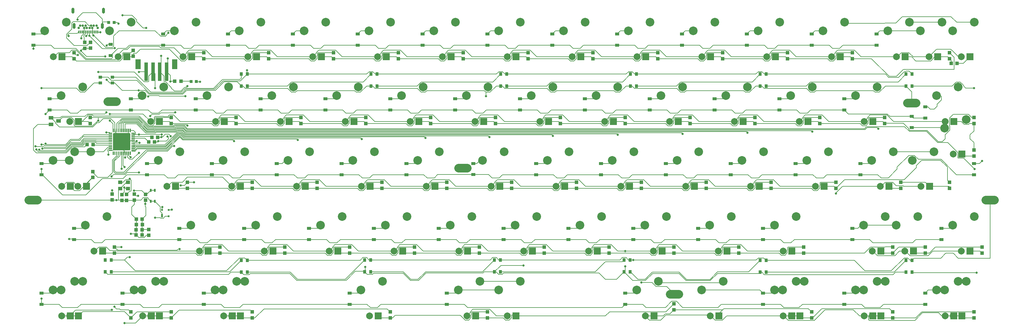
<source format=gbr>
G04 EAGLE Gerber RS-274X export*
G75*
%MOMM*%
%FSLAX34Y34*%
%LPD*%
%INBottom Copper*%
%IPPOS*%
%AMOC8*
5,1,8,0,0,1.08239X$1,22.5*%
G01*
%ADD10C,2.540000*%
%ADD11C,2.000000*%
%ADD12R,2.000000X2.000000*%
%ADD13R,1.220000X0.910000*%
%ADD14R,1.080000X1.050000*%
%ADD15R,1.050000X1.080000*%
%ADD16C,0.508000*%
%ADD17C,0.075000*%
%ADD18R,1.300000X1.050000*%
%ADD19R,0.550000X0.950000*%
%ADD20R,0.900000X0.970200*%
%ADD21R,0.932600X0.970200*%
%ADD22R,1.000000X1.000000*%
%ADD23R,0.600000X1.000000*%
%ADD24R,0.600000X0.600000*%
%ADD25R,1.000000X0.850000*%
%ADD26R,0.850000X1.000000*%
%ADD27R,0.300000X0.900000*%
%ADD28C,0.704800*%
%ADD29C,0.850000*%
%ADD30R,1.000000X5.500000*%
%ADD31R,1.600000X3.000000*%
%ADD32R,1.400000X1.000000*%
%ADD33C,2.552700*%
%ADD34C,0.152400*%
%ADD35C,0.654800*%


D10*
X152400Y977900D03*
X215900Y1003300D03*
D11*
X177800Y901700D03*
D12*
X203200Y901700D03*
D10*
X342900Y977900D03*
X406400Y1003300D03*
D11*
X368300Y901700D03*
D12*
X393700Y901700D03*
D10*
X533400Y977900D03*
X596900Y1003300D03*
D11*
X558800Y901700D03*
D12*
X584200Y901700D03*
D10*
X723900Y977900D03*
X787400Y1003300D03*
D11*
X749300Y901700D03*
D12*
X774700Y901700D03*
D10*
X914400Y977900D03*
X977900Y1003300D03*
D11*
X939800Y901700D03*
D12*
X965200Y901700D03*
D10*
X1104900Y977900D03*
X1168400Y1003300D03*
D11*
X1130300Y901700D03*
D12*
X1155700Y901700D03*
D10*
X1295400Y977900D03*
X1358900Y1003300D03*
D11*
X1320800Y901700D03*
D12*
X1346200Y901700D03*
D10*
X1485900Y977900D03*
X1549400Y1003300D03*
D11*
X1511300Y901700D03*
D12*
X1536700Y901700D03*
D10*
X1676400Y977900D03*
X1739900Y1003300D03*
D11*
X1701800Y901700D03*
D12*
X1727200Y901700D03*
D10*
X1866900Y977900D03*
X1930400Y1003300D03*
D11*
X1892300Y901700D03*
D12*
X1917700Y901700D03*
D10*
X2057400Y977900D03*
X2120900Y1003300D03*
D11*
X2082800Y901700D03*
D12*
X2108200Y901700D03*
D10*
X2247900Y977900D03*
X2311400Y1003300D03*
D11*
X2273300Y901700D03*
D12*
X2298700Y901700D03*
D10*
X2438400Y977900D03*
X2501900Y1003300D03*
D11*
X2463800Y901700D03*
D12*
X2489200Y901700D03*
D10*
X200025Y787400D03*
X263525Y812800D03*
D11*
X225425Y711200D03*
D12*
X250825Y711200D03*
D10*
X438150Y787400D03*
X501650Y812800D03*
D11*
X463550Y711200D03*
D12*
X488950Y711200D03*
D10*
X628650Y787400D03*
X692150Y812800D03*
D11*
X654050Y711200D03*
D12*
X679450Y711200D03*
D10*
X819150Y787400D03*
X882650Y812800D03*
D11*
X844550Y711200D03*
D12*
X869950Y711200D03*
D10*
X1009650Y787400D03*
X1073150Y812800D03*
D11*
X1035050Y711200D03*
D12*
X1060450Y711200D03*
D10*
X1200150Y787400D03*
X1263650Y812800D03*
D11*
X1225550Y711200D03*
D12*
X1250950Y711200D03*
D10*
X1390650Y787400D03*
X1454150Y812800D03*
D11*
X1416050Y711200D03*
D12*
X1441450Y711200D03*
D10*
X1581150Y787400D03*
X1644650Y812800D03*
D11*
X1606550Y711200D03*
D12*
X1631950Y711200D03*
D10*
X1771650Y787400D03*
X1835150Y812800D03*
D11*
X1797050Y711200D03*
D12*
X1822450Y711200D03*
D10*
X1962150Y787400D03*
X2025650Y812800D03*
D11*
X1987550Y711200D03*
D12*
X2012950Y711200D03*
D10*
X2152650Y787400D03*
X2216150Y812800D03*
D11*
X2178050Y711200D03*
D12*
X2203450Y711200D03*
D10*
X2343150Y787400D03*
X2406650Y812800D03*
D11*
X2368550Y711200D03*
D12*
X2393950Y711200D03*
D10*
X2533650Y787400D03*
X2597150Y812800D03*
D11*
X2559050Y711200D03*
D12*
X2584450Y711200D03*
D10*
X2771775Y787400D03*
X2835275Y812800D03*
D11*
X2797175Y711200D03*
D12*
X2822575Y711200D03*
D10*
X223838Y596900D03*
X287338Y622300D03*
D11*
X249238Y520700D03*
D12*
X274638Y520700D03*
D10*
X485775Y596900D03*
X549275Y622300D03*
D11*
X511175Y520700D03*
D12*
X536575Y520700D03*
D10*
X676275Y596900D03*
X739775Y622300D03*
D11*
X701675Y520700D03*
D12*
X727075Y520700D03*
D10*
X866775Y596900D03*
X930275Y622300D03*
D11*
X892175Y520700D03*
D12*
X917575Y520700D03*
D10*
X1057275Y596900D03*
X1120775Y622300D03*
D11*
X1082675Y520700D03*
D12*
X1108075Y520700D03*
D10*
X1247775Y596900D03*
X1311275Y622300D03*
D11*
X1273175Y520700D03*
D12*
X1298575Y520700D03*
D10*
X1438275Y596900D03*
X1501775Y622300D03*
D11*
X1463675Y520700D03*
D12*
X1489075Y520700D03*
D10*
X1628775Y596900D03*
X1692275Y622300D03*
D11*
X1654175Y520700D03*
D12*
X1679575Y520700D03*
D10*
X1819275Y596900D03*
X1882775Y622300D03*
D11*
X1844675Y520700D03*
D12*
X1870075Y520700D03*
D10*
X2009775Y596900D03*
X2073275Y622300D03*
D11*
X2035175Y520700D03*
D12*
X2060575Y520700D03*
D10*
X2200275Y596900D03*
X2263775Y622300D03*
D11*
X2225675Y520700D03*
D12*
X2251075Y520700D03*
D10*
X2390775Y596900D03*
X2454275Y622300D03*
D11*
X2416175Y520700D03*
D12*
X2441575Y520700D03*
D10*
X581025Y406400D03*
X644525Y431800D03*
D11*
X606425Y330200D03*
D12*
X631825Y330200D03*
D10*
X771525Y406400D03*
X835025Y431800D03*
D11*
X796925Y330200D03*
D12*
X822325Y330200D03*
D10*
X962025Y406400D03*
X1025525Y431800D03*
D11*
X987425Y330200D03*
D12*
X1012825Y330200D03*
D10*
X1152525Y406400D03*
X1216025Y431800D03*
D11*
X1177925Y330200D03*
D12*
X1203325Y330200D03*
D10*
X1343025Y406400D03*
X1406525Y431800D03*
D11*
X1368425Y330200D03*
D12*
X1393825Y330200D03*
D10*
X1533525Y406400D03*
X1597025Y431800D03*
D11*
X1558925Y330200D03*
D12*
X1584325Y330200D03*
D10*
X1724025Y406400D03*
X1787525Y431800D03*
D11*
X1749425Y330200D03*
D12*
X1774825Y330200D03*
D10*
X1914525Y406400D03*
X1978025Y431800D03*
D11*
X1939925Y330200D03*
D12*
X1965325Y330200D03*
D10*
X2105025Y406400D03*
X2168525Y431800D03*
D11*
X2130425Y330200D03*
D12*
X2155825Y330200D03*
D10*
X2295525Y406400D03*
X2359025Y431800D03*
D11*
X2320925Y330200D03*
D12*
X2346325Y330200D03*
D10*
X2557463Y406400D03*
X2620963Y431800D03*
D11*
X2582863Y330200D03*
D12*
X2608263Y330200D03*
D10*
X176213Y215900D03*
X239713Y241300D03*
D11*
X201613Y139700D03*
D12*
X227013Y139700D03*
D10*
X414338Y215900D03*
X477838Y241300D03*
D11*
X439738Y139700D03*
D12*
X465138Y139700D03*
D10*
X676275Y215900D03*
X739775Y241300D03*
D11*
X701675Y139700D03*
D12*
X727075Y139700D03*
D10*
X2081213Y215900D03*
X2144713Y241300D03*
D11*
X2106613Y139700D03*
D12*
X2132013Y139700D03*
D10*
X2295525Y215900D03*
X2359025Y241300D03*
D11*
X2320925Y139700D03*
D12*
X2346325Y139700D03*
D10*
X2557463Y215900D03*
X2620963Y241300D03*
D11*
X2582863Y139700D03*
D12*
X2608263Y139700D03*
D10*
X2795588Y215900D03*
X2859088Y241300D03*
D11*
X2820988Y139700D03*
D12*
X2846388Y139700D03*
D10*
X176213Y596900D03*
X239713Y622300D03*
D11*
X201613Y520700D03*
D12*
X227013Y520700D03*
D10*
X2581275Y596900D03*
X2644775Y622300D03*
D11*
X2606675Y520700D03*
D12*
X2632075Y520700D03*
D10*
X2819400Y977900D03*
X2882900Y1003300D03*
D11*
X2844800Y901700D03*
D12*
X2870200Y901700D03*
D10*
X200025Y215900D03*
X263525Y241300D03*
D11*
X225425Y139700D03*
D12*
X250825Y139700D03*
D10*
X438150Y215900D03*
X501650Y241300D03*
D11*
X463550Y139700D03*
D12*
X488950Y139700D03*
D10*
X652463Y215900D03*
X715963Y241300D03*
D11*
X677863Y139700D03*
D12*
X703263Y139700D03*
D10*
X2319338Y215900D03*
X2382838Y241300D03*
D11*
X2344738Y139700D03*
D12*
X2370138Y139700D03*
D10*
X2533650Y215900D03*
X2597150Y241300D03*
D11*
X2559050Y139700D03*
D12*
X2584450Y139700D03*
D10*
X2771775Y215900D03*
X2835275Y241300D03*
D11*
X2797175Y139700D03*
D12*
X2822575Y139700D03*
D10*
X2819400Y406400D03*
X2882900Y431800D03*
D11*
X2844800Y330200D03*
D12*
X2870200Y330200D03*
D10*
X271463Y406400D03*
X334963Y431800D03*
D11*
X296863Y330200D03*
D12*
X322263Y330200D03*
D10*
X2652713Y406400D03*
X2716213Y431800D03*
D11*
X2678113Y330200D03*
D12*
X2703513Y330200D03*
D10*
X2724150Y977900D03*
X2787650Y1003300D03*
D11*
X2749550Y901700D03*
D12*
X2774950Y901700D03*
D10*
X2795588Y692150D03*
X2859088Y717550D03*
D11*
X2820988Y615950D03*
D12*
X2846388Y615950D03*
D10*
X1081088Y215900D03*
X1144588Y241300D03*
D11*
X1106488Y139700D03*
D12*
X1131888Y139700D03*
D10*
X1890713Y215900D03*
X1954213Y241300D03*
D11*
X1916113Y139700D03*
D12*
X1941513Y139700D03*
D10*
X1485900Y215900D03*
X1549400Y241300D03*
D11*
X1511300Y139700D03*
D12*
X1536700Y139700D03*
D10*
X2628900Y977900D03*
X2692400Y1003300D03*
D11*
X2654300Y901700D03*
D12*
X2679700Y901700D03*
D10*
X2700338Y596900D03*
X2763838Y622300D03*
D11*
X2725738Y520700D03*
D12*
X2751138Y520700D03*
D10*
X1366838Y215900D03*
X1430338Y241300D03*
D11*
X1392238Y139700D03*
D12*
X1417638Y139700D03*
D13*
X119063Y936150D03*
X119063Y968850D03*
X346147Y905570D03*
X346147Y938270D03*
X500063Y936150D03*
X500063Y968850D03*
X690563Y936150D03*
X690563Y968850D03*
X881063Y936150D03*
X881063Y968850D03*
X1071563Y936150D03*
X1071563Y968850D03*
X1262063Y936150D03*
X1262063Y968850D03*
X1452563Y936150D03*
X1452563Y968850D03*
X1643063Y936150D03*
X1643063Y968850D03*
X1833563Y936150D03*
X1833563Y968850D03*
X2024063Y936150D03*
X2024063Y968850D03*
X2214563Y936150D03*
X2214563Y968850D03*
X2405063Y936150D03*
X2405063Y968850D03*
X2595563Y936150D03*
X2595563Y968850D03*
X166688Y745650D03*
X166688Y778350D03*
X404813Y745650D03*
X404813Y778350D03*
X595313Y745650D03*
X595313Y778350D03*
X785813Y745650D03*
X785813Y778350D03*
X976313Y745650D03*
X976313Y778350D03*
X1166813Y745650D03*
X1166813Y778350D03*
X1357313Y745650D03*
X1357313Y778350D03*
X1547813Y745650D03*
X1547813Y778350D03*
X1738313Y745650D03*
X1738313Y778350D03*
X1928813Y745650D03*
X1928813Y778350D03*
X2119313Y745650D03*
X2119313Y778350D03*
X2309813Y745650D03*
X2309813Y778350D03*
X2500313Y745650D03*
X2500313Y778350D03*
X2738438Y721838D03*
X2738438Y754538D03*
X2698665Y726439D03*
X2698665Y693739D03*
X452438Y555150D03*
X452438Y587850D03*
X642938Y555150D03*
X642938Y587850D03*
X833438Y555150D03*
X833438Y587850D03*
X1023938Y555150D03*
X1023938Y587850D03*
X1214438Y555150D03*
X1214438Y587850D03*
X1411061Y555283D03*
X1411061Y587983D03*
X1595438Y555150D03*
X1595438Y587850D03*
X1785938Y555150D03*
X1785938Y587850D03*
X1976438Y555150D03*
X1976438Y587850D03*
X2166938Y555150D03*
X2166938Y587850D03*
X2357438Y555150D03*
X2357438Y587850D03*
X2547938Y555150D03*
X2547938Y587850D03*
X2881313Y555150D03*
X2881313Y587850D03*
X2786063Y364650D03*
X2786063Y397350D03*
X2524125Y364650D03*
X2524125Y397350D03*
X2262188Y364650D03*
X2262188Y397350D03*
X2071688Y364650D03*
X2071688Y397350D03*
X1881188Y364650D03*
X1881188Y397350D03*
X1690688Y364650D03*
X1690688Y397350D03*
X1500188Y364650D03*
X1500188Y397350D03*
X1309688Y364650D03*
X1309688Y397350D03*
X1119188Y364650D03*
X1119188Y397350D03*
X928688Y364650D03*
X928688Y397350D03*
X738188Y364650D03*
X738188Y397350D03*
X547688Y364650D03*
X547688Y397350D03*
X238125Y364650D03*
X238125Y397350D03*
X142875Y174150D03*
X142875Y206850D03*
X381000Y174150D03*
X381000Y206850D03*
X619125Y174150D03*
X619125Y206850D03*
X1047750Y174150D03*
X1047750Y206850D03*
X1857375Y174150D03*
X1857375Y206850D03*
X2262188Y174150D03*
X2262188Y206850D03*
X2500313Y174150D03*
X2500313Y206850D03*
X2738438Y174150D03*
X2738438Y206850D03*
X1333500Y174150D03*
X1333500Y206850D03*
D14*
X238125Y913625D03*
X238125Y896125D03*
X412280Y920757D03*
X412280Y903257D03*
X619125Y913625D03*
X619125Y896125D03*
X809625Y913625D03*
X809625Y896125D03*
X1000125Y913625D03*
X1000125Y896125D03*
X1190625Y913625D03*
X1190625Y896125D03*
X1381125Y913625D03*
X1381125Y896125D03*
X1571625Y913625D03*
X1571625Y896125D03*
X1762125Y913625D03*
X1762125Y896125D03*
X1952625Y913625D03*
X1952625Y896125D03*
X2143125Y913625D03*
X2143125Y896125D03*
X2333625Y913625D03*
X2333625Y896125D03*
X2524125Y913625D03*
X2524125Y896125D03*
X2809875Y913625D03*
X2809875Y896125D03*
X285750Y723125D03*
X285750Y705625D03*
X523875Y723125D03*
X523875Y705625D03*
X714375Y723125D03*
X714375Y705625D03*
X904875Y723125D03*
X904875Y705625D03*
X1095375Y723125D03*
X1095375Y705625D03*
X1285875Y723125D03*
X1285875Y705625D03*
X1476375Y723125D03*
X1476375Y705625D03*
X1666875Y723125D03*
X1666875Y705625D03*
X1857375Y723125D03*
X1857375Y705625D03*
X2047875Y723125D03*
X2047875Y705625D03*
X2238375Y723125D03*
X2238375Y705625D03*
X2428875Y723125D03*
X2428875Y705625D03*
X2619375Y723125D03*
X2619375Y705625D03*
X2881313Y723125D03*
X2881313Y705625D03*
X571500Y532625D03*
X571500Y515125D03*
X762000Y532625D03*
X762000Y515125D03*
X952500Y532625D03*
X952500Y515125D03*
X1143000Y532625D03*
X1143000Y515125D03*
X1333500Y532625D03*
X1333500Y515125D03*
X1524000Y532625D03*
X1524000Y515125D03*
X1714500Y532625D03*
X1714500Y515125D03*
X1905000Y532625D03*
X1905000Y515125D03*
X2095500Y532625D03*
X2095500Y515125D03*
X2286000Y532625D03*
X2286000Y515125D03*
X2476500Y532625D03*
X2476500Y515125D03*
X2809875Y532625D03*
X2809875Y515125D03*
X2667000Y532625D03*
X2667000Y515125D03*
X357188Y342125D03*
X357188Y324625D03*
X666750Y342125D03*
X666750Y324625D03*
X857250Y342125D03*
X857250Y324625D03*
X1047750Y342125D03*
X1047750Y324625D03*
X1238250Y342125D03*
X1238250Y324625D03*
X1428750Y342125D03*
X1428750Y324625D03*
X1619250Y342125D03*
X1619250Y324625D03*
X1809750Y342125D03*
X1809750Y324625D03*
X2000250Y342125D03*
X2000250Y324625D03*
X2190750Y342125D03*
X2190750Y324625D03*
X2381250Y342125D03*
X2381250Y324625D03*
X2643188Y342125D03*
X2643188Y324625D03*
X2738438Y342125D03*
X2738438Y324625D03*
X2905125Y342125D03*
X2905125Y324625D03*
X404813Y151625D03*
X404813Y134125D03*
X523875Y151625D03*
X523875Y134125D03*
X762000Y151625D03*
X762000Y134125D03*
X1166813Y151625D03*
X1166813Y134125D03*
X1452563Y151625D03*
X1452563Y134125D03*
X2000250Y175438D03*
X2000250Y157938D03*
X2405063Y151625D03*
X2405063Y134125D03*
X2643188Y151625D03*
X2643188Y134125D03*
X2881313Y151625D03*
X2881313Y134125D03*
X2881860Y627464D03*
X2881860Y609964D03*
D15*
X2814467Y882170D03*
X2831967Y882170D03*
D16*
X400754Y674948D02*
X355034Y674948D01*
X400754Y674948D02*
X400754Y629228D01*
X355034Y629228D01*
X355034Y674948D01*
X355034Y634054D02*
X400754Y634054D01*
X400754Y638880D02*
X355034Y638880D01*
X355034Y643706D02*
X400754Y643706D01*
X400754Y648532D02*
X355034Y648532D01*
X355034Y653358D02*
X400754Y653358D01*
X400754Y658184D02*
X355034Y658184D01*
X355034Y663010D02*
X400754Y663010D01*
X400754Y667836D02*
X355034Y667836D01*
X355034Y672662D02*
X400754Y672662D01*
D17*
X406769Y675963D02*
X416019Y675963D01*
X406769Y675963D02*
X406769Y678213D01*
X416019Y678213D01*
X416019Y675963D01*
X416019Y676675D02*
X406769Y676675D01*
X406769Y677387D02*
X416019Y677387D01*
X416019Y678099D02*
X406769Y678099D01*
X406769Y670963D02*
X416019Y670963D01*
X406769Y670963D02*
X406769Y673213D01*
X416019Y673213D01*
X416019Y670963D01*
X416019Y671675D02*
X406769Y671675D01*
X406769Y672387D02*
X416019Y672387D01*
X416019Y673099D02*
X406769Y673099D01*
X406769Y665963D02*
X416019Y665963D01*
X406769Y665963D02*
X406769Y668213D01*
X416019Y668213D01*
X416019Y665963D01*
X416019Y666675D02*
X406769Y666675D01*
X406769Y667387D02*
X416019Y667387D01*
X416019Y668099D02*
X406769Y668099D01*
X406769Y660963D02*
X416019Y660963D01*
X406769Y660963D02*
X406769Y663213D01*
X416019Y663213D01*
X416019Y660963D01*
X416019Y661675D02*
X406769Y661675D01*
X406769Y662387D02*
X416019Y662387D01*
X416019Y663099D02*
X406769Y663099D01*
X406769Y655963D02*
X416019Y655963D01*
X406769Y655963D02*
X406769Y658213D01*
X416019Y658213D01*
X416019Y655963D01*
X416019Y656675D02*
X406769Y656675D01*
X406769Y657387D02*
X416019Y657387D01*
X416019Y658099D02*
X406769Y658099D01*
X406769Y650963D02*
X416019Y650963D01*
X406769Y650963D02*
X406769Y653213D01*
X416019Y653213D01*
X416019Y650963D01*
X416019Y651675D02*
X406769Y651675D01*
X406769Y652387D02*
X416019Y652387D01*
X416019Y653099D02*
X406769Y653099D01*
X406769Y645963D02*
X416019Y645963D01*
X406769Y645963D02*
X406769Y648213D01*
X416019Y648213D01*
X416019Y645963D01*
X416019Y646675D02*
X406769Y646675D01*
X406769Y647387D02*
X416019Y647387D01*
X416019Y648099D02*
X406769Y648099D01*
X406769Y640963D02*
X416019Y640963D01*
X406769Y640963D02*
X406769Y643213D01*
X416019Y643213D01*
X416019Y640963D01*
X416019Y641675D02*
X406769Y641675D01*
X406769Y642387D02*
X416019Y642387D01*
X416019Y643099D02*
X406769Y643099D01*
X406769Y635963D02*
X416019Y635963D01*
X406769Y635963D02*
X406769Y638213D01*
X416019Y638213D01*
X416019Y635963D01*
X416019Y636675D02*
X406769Y636675D01*
X406769Y637387D02*
X416019Y637387D01*
X416019Y638099D02*
X406769Y638099D01*
X406769Y630963D02*
X416019Y630963D01*
X406769Y630963D02*
X406769Y633213D01*
X416019Y633213D01*
X416019Y630963D01*
X416019Y631675D02*
X406769Y631675D01*
X406769Y632387D02*
X416019Y632387D01*
X416019Y633099D02*
X406769Y633099D01*
X406769Y625963D02*
X416019Y625963D01*
X406769Y625963D02*
X406769Y628213D01*
X416019Y628213D01*
X416019Y625963D01*
X416019Y626675D02*
X406769Y626675D01*
X406769Y627387D02*
X416019Y627387D01*
X416019Y628099D02*
X406769Y628099D01*
X401769Y623213D02*
X401769Y613963D01*
X401769Y623213D02*
X404019Y623213D01*
X404019Y613963D01*
X401769Y613963D01*
X401769Y614675D02*
X404019Y614675D01*
X404019Y615387D02*
X401769Y615387D01*
X401769Y616099D02*
X404019Y616099D01*
X404019Y616811D02*
X401769Y616811D01*
X401769Y617523D02*
X404019Y617523D01*
X404019Y618235D02*
X401769Y618235D01*
X401769Y618947D02*
X404019Y618947D01*
X404019Y619659D02*
X401769Y619659D01*
X401769Y620371D02*
X404019Y620371D01*
X404019Y621083D02*
X401769Y621083D01*
X401769Y621795D02*
X404019Y621795D01*
X404019Y622507D02*
X401769Y622507D01*
X396769Y623213D02*
X396769Y613963D01*
X396769Y623213D02*
X399019Y623213D01*
X399019Y613963D01*
X396769Y613963D01*
X396769Y614675D02*
X399019Y614675D01*
X399019Y615387D02*
X396769Y615387D01*
X396769Y616099D02*
X399019Y616099D01*
X399019Y616811D02*
X396769Y616811D01*
X396769Y617523D02*
X399019Y617523D01*
X399019Y618235D02*
X396769Y618235D01*
X396769Y618947D02*
X399019Y618947D01*
X399019Y619659D02*
X396769Y619659D01*
X396769Y620371D02*
X399019Y620371D01*
X399019Y621083D02*
X396769Y621083D01*
X396769Y621795D02*
X399019Y621795D01*
X399019Y622507D02*
X396769Y622507D01*
X391769Y623213D02*
X391769Y613963D01*
X391769Y623213D02*
X394019Y623213D01*
X394019Y613963D01*
X391769Y613963D01*
X391769Y614675D02*
X394019Y614675D01*
X394019Y615387D02*
X391769Y615387D01*
X391769Y616099D02*
X394019Y616099D01*
X394019Y616811D02*
X391769Y616811D01*
X391769Y617523D02*
X394019Y617523D01*
X394019Y618235D02*
X391769Y618235D01*
X391769Y618947D02*
X394019Y618947D01*
X394019Y619659D02*
X391769Y619659D01*
X391769Y620371D02*
X394019Y620371D01*
X394019Y621083D02*
X391769Y621083D01*
X391769Y621795D02*
X394019Y621795D01*
X394019Y622507D02*
X391769Y622507D01*
X386769Y623213D02*
X386769Y613963D01*
X386769Y623213D02*
X389019Y623213D01*
X389019Y613963D01*
X386769Y613963D01*
X386769Y614675D02*
X389019Y614675D01*
X389019Y615387D02*
X386769Y615387D01*
X386769Y616099D02*
X389019Y616099D01*
X389019Y616811D02*
X386769Y616811D01*
X386769Y617523D02*
X389019Y617523D01*
X389019Y618235D02*
X386769Y618235D01*
X386769Y618947D02*
X389019Y618947D01*
X389019Y619659D02*
X386769Y619659D01*
X386769Y620371D02*
X389019Y620371D01*
X389019Y621083D02*
X386769Y621083D01*
X386769Y621795D02*
X389019Y621795D01*
X389019Y622507D02*
X386769Y622507D01*
X381769Y623213D02*
X381769Y613963D01*
X381769Y623213D02*
X384019Y623213D01*
X384019Y613963D01*
X381769Y613963D01*
X381769Y614675D02*
X384019Y614675D01*
X384019Y615387D02*
X381769Y615387D01*
X381769Y616099D02*
X384019Y616099D01*
X384019Y616811D02*
X381769Y616811D01*
X381769Y617523D02*
X384019Y617523D01*
X384019Y618235D02*
X381769Y618235D01*
X381769Y618947D02*
X384019Y618947D01*
X384019Y619659D02*
X381769Y619659D01*
X381769Y620371D02*
X384019Y620371D01*
X384019Y621083D02*
X381769Y621083D01*
X381769Y621795D02*
X384019Y621795D01*
X384019Y622507D02*
X381769Y622507D01*
X376769Y623213D02*
X376769Y613963D01*
X376769Y623213D02*
X379019Y623213D01*
X379019Y613963D01*
X376769Y613963D01*
X376769Y614675D02*
X379019Y614675D01*
X379019Y615387D02*
X376769Y615387D01*
X376769Y616099D02*
X379019Y616099D01*
X379019Y616811D02*
X376769Y616811D01*
X376769Y617523D02*
X379019Y617523D01*
X379019Y618235D02*
X376769Y618235D01*
X376769Y618947D02*
X379019Y618947D01*
X379019Y619659D02*
X376769Y619659D01*
X376769Y620371D02*
X379019Y620371D01*
X379019Y621083D02*
X376769Y621083D01*
X376769Y621795D02*
X379019Y621795D01*
X379019Y622507D02*
X376769Y622507D01*
X371769Y623213D02*
X371769Y613963D01*
X371769Y623213D02*
X374019Y623213D01*
X374019Y613963D01*
X371769Y613963D01*
X371769Y614675D02*
X374019Y614675D01*
X374019Y615387D02*
X371769Y615387D01*
X371769Y616099D02*
X374019Y616099D01*
X374019Y616811D02*
X371769Y616811D01*
X371769Y617523D02*
X374019Y617523D01*
X374019Y618235D02*
X371769Y618235D01*
X371769Y618947D02*
X374019Y618947D01*
X374019Y619659D02*
X371769Y619659D01*
X371769Y620371D02*
X374019Y620371D01*
X374019Y621083D02*
X371769Y621083D01*
X371769Y621795D02*
X374019Y621795D01*
X374019Y622507D02*
X371769Y622507D01*
X366769Y623213D02*
X366769Y613963D01*
X366769Y623213D02*
X369019Y623213D01*
X369019Y613963D01*
X366769Y613963D01*
X366769Y614675D02*
X369019Y614675D01*
X369019Y615387D02*
X366769Y615387D01*
X366769Y616099D02*
X369019Y616099D01*
X369019Y616811D02*
X366769Y616811D01*
X366769Y617523D02*
X369019Y617523D01*
X369019Y618235D02*
X366769Y618235D01*
X366769Y618947D02*
X369019Y618947D01*
X369019Y619659D02*
X366769Y619659D01*
X366769Y620371D02*
X369019Y620371D01*
X369019Y621083D02*
X366769Y621083D01*
X366769Y621795D02*
X369019Y621795D01*
X369019Y622507D02*
X366769Y622507D01*
X361769Y623213D02*
X361769Y613963D01*
X361769Y623213D02*
X364019Y623213D01*
X364019Y613963D01*
X361769Y613963D01*
X361769Y614675D02*
X364019Y614675D01*
X364019Y615387D02*
X361769Y615387D01*
X361769Y616099D02*
X364019Y616099D01*
X364019Y616811D02*
X361769Y616811D01*
X361769Y617523D02*
X364019Y617523D01*
X364019Y618235D02*
X361769Y618235D01*
X361769Y618947D02*
X364019Y618947D01*
X364019Y619659D02*
X361769Y619659D01*
X361769Y620371D02*
X364019Y620371D01*
X364019Y621083D02*
X361769Y621083D01*
X361769Y621795D02*
X364019Y621795D01*
X364019Y622507D02*
X361769Y622507D01*
X356769Y623213D02*
X356769Y613963D01*
X356769Y623213D02*
X359019Y623213D01*
X359019Y613963D01*
X356769Y613963D01*
X356769Y614675D02*
X359019Y614675D01*
X359019Y615387D02*
X356769Y615387D01*
X356769Y616099D02*
X359019Y616099D01*
X359019Y616811D02*
X356769Y616811D01*
X356769Y617523D02*
X359019Y617523D01*
X359019Y618235D02*
X356769Y618235D01*
X356769Y618947D02*
X359019Y618947D01*
X359019Y619659D02*
X356769Y619659D01*
X356769Y620371D02*
X359019Y620371D01*
X359019Y621083D02*
X356769Y621083D01*
X356769Y621795D02*
X359019Y621795D01*
X359019Y622507D02*
X356769Y622507D01*
X351769Y623213D02*
X351769Y613963D01*
X351769Y623213D02*
X354019Y623213D01*
X354019Y613963D01*
X351769Y613963D01*
X351769Y614675D02*
X354019Y614675D01*
X354019Y615387D02*
X351769Y615387D01*
X351769Y616099D02*
X354019Y616099D01*
X354019Y616811D02*
X351769Y616811D01*
X351769Y617523D02*
X354019Y617523D01*
X354019Y618235D02*
X351769Y618235D01*
X351769Y618947D02*
X354019Y618947D01*
X354019Y619659D02*
X351769Y619659D01*
X351769Y620371D02*
X354019Y620371D01*
X354019Y621083D02*
X351769Y621083D01*
X351769Y621795D02*
X354019Y621795D01*
X354019Y622507D02*
X351769Y622507D01*
X349019Y628213D02*
X339769Y628213D01*
X349019Y628213D02*
X349019Y625963D01*
X339769Y625963D01*
X339769Y628213D01*
X339769Y626675D02*
X349019Y626675D01*
X349019Y627387D02*
X339769Y627387D01*
X339769Y628099D02*
X349019Y628099D01*
X349019Y633213D02*
X339769Y633213D01*
X349019Y633213D02*
X349019Y630963D01*
X339769Y630963D01*
X339769Y633213D01*
X339769Y631675D02*
X349019Y631675D01*
X349019Y632387D02*
X339769Y632387D01*
X339769Y633099D02*
X349019Y633099D01*
X349019Y638213D02*
X339769Y638213D01*
X349019Y638213D02*
X349019Y635963D01*
X339769Y635963D01*
X339769Y638213D01*
X339769Y636675D02*
X349019Y636675D01*
X349019Y637387D02*
X339769Y637387D01*
X339769Y638099D02*
X349019Y638099D01*
X349019Y643213D02*
X339769Y643213D01*
X349019Y643213D02*
X349019Y640963D01*
X339769Y640963D01*
X339769Y643213D01*
X339769Y641675D02*
X349019Y641675D01*
X349019Y642387D02*
X339769Y642387D01*
X339769Y643099D02*
X349019Y643099D01*
X349019Y648213D02*
X339769Y648213D01*
X349019Y648213D02*
X349019Y645963D01*
X339769Y645963D01*
X339769Y648213D01*
X339769Y646675D02*
X349019Y646675D01*
X349019Y647387D02*
X339769Y647387D01*
X339769Y648099D02*
X349019Y648099D01*
X349019Y653213D02*
X339769Y653213D01*
X349019Y653213D02*
X349019Y650963D01*
X339769Y650963D01*
X339769Y653213D01*
X339769Y651675D02*
X349019Y651675D01*
X349019Y652387D02*
X339769Y652387D01*
X339769Y653099D02*
X349019Y653099D01*
X349019Y658213D02*
X339769Y658213D01*
X349019Y658213D02*
X349019Y655963D01*
X339769Y655963D01*
X339769Y658213D01*
X339769Y656675D02*
X349019Y656675D01*
X349019Y657387D02*
X339769Y657387D01*
X339769Y658099D02*
X349019Y658099D01*
X349019Y663213D02*
X339769Y663213D01*
X349019Y663213D02*
X349019Y660963D01*
X339769Y660963D01*
X339769Y663213D01*
X339769Y661675D02*
X349019Y661675D01*
X349019Y662387D02*
X339769Y662387D01*
X339769Y663099D02*
X349019Y663099D01*
X349019Y668213D02*
X339769Y668213D01*
X349019Y668213D02*
X349019Y665963D01*
X339769Y665963D01*
X339769Y668213D01*
X339769Y666675D02*
X349019Y666675D01*
X349019Y667387D02*
X339769Y667387D01*
X339769Y668099D02*
X349019Y668099D01*
X349019Y673213D02*
X339769Y673213D01*
X349019Y673213D02*
X349019Y670963D01*
X339769Y670963D01*
X339769Y673213D01*
X339769Y671675D02*
X349019Y671675D01*
X349019Y672387D02*
X339769Y672387D01*
X339769Y673099D02*
X349019Y673099D01*
X349019Y678213D02*
X339769Y678213D01*
X349019Y678213D02*
X349019Y675963D01*
X339769Y675963D01*
X339769Y678213D01*
X339769Y676675D02*
X349019Y676675D01*
X349019Y677387D02*
X339769Y677387D01*
X339769Y678099D02*
X349019Y678099D01*
X354019Y680963D02*
X354019Y690213D01*
X354019Y680963D02*
X351769Y680963D01*
X351769Y690213D01*
X354019Y690213D01*
X354019Y681675D02*
X351769Y681675D01*
X351769Y682387D02*
X354019Y682387D01*
X354019Y683099D02*
X351769Y683099D01*
X351769Y683811D02*
X354019Y683811D01*
X354019Y684523D02*
X351769Y684523D01*
X351769Y685235D02*
X354019Y685235D01*
X354019Y685947D02*
X351769Y685947D01*
X351769Y686659D02*
X354019Y686659D01*
X354019Y687371D02*
X351769Y687371D01*
X351769Y688083D02*
X354019Y688083D01*
X354019Y688795D02*
X351769Y688795D01*
X351769Y689507D02*
X354019Y689507D01*
X359019Y690213D02*
X359019Y680963D01*
X356769Y680963D01*
X356769Y690213D01*
X359019Y690213D01*
X359019Y681675D02*
X356769Y681675D01*
X356769Y682387D02*
X359019Y682387D01*
X359019Y683099D02*
X356769Y683099D01*
X356769Y683811D02*
X359019Y683811D01*
X359019Y684523D02*
X356769Y684523D01*
X356769Y685235D02*
X359019Y685235D01*
X359019Y685947D02*
X356769Y685947D01*
X356769Y686659D02*
X359019Y686659D01*
X359019Y687371D02*
X356769Y687371D01*
X356769Y688083D02*
X359019Y688083D01*
X359019Y688795D02*
X356769Y688795D01*
X356769Y689507D02*
X359019Y689507D01*
X364019Y690213D02*
X364019Y680963D01*
X361769Y680963D01*
X361769Y690213D01*
X364019Y690213D01*
X364019Y681675D02*
X361769Y681675D01*
X361769Y682387D02*
X364019Y682387D01*
X364019Y683099D02*
X361769Y683099D01*
X361769Y683811D02*
X364019Y683811D01*
X364019Y684523D02*
X361769Y684523D01*
X361769Y685235D02*
X364019Y685235D01*
X364019Y685947D02*
X361769Y685947D01*
X361769Y686659D02*
X364019Y686659D01*
X364019Y687371D02*
X361769Y687371D01*
X361769Y688083D02*
X364019Y688083D01*
X364019Y688795D02*
X361769Y688795D01*
X361769Y689507D02*
X364019Y689507D01*
X369019Y690213D02*
X369019Y680963D01*
X366769Y680963D01*
X366769Y690213D01*
X369019Y690213D01*
X369019Y681675D02*
X366769Y681675D01*
X366769Y682387D02*
X369019Y682387D01*
X369019Y683099D02*
X366769Y683099D01*
X366769Y683811D02*
X369019Y683811D01*
X369019Y684523D02*
X366769Y684523D01*
X366769Y685235D02*
X369019Y685235D01*
X369019Y685947D02*
X366769Y685947D01*
X366769Y686659D02*
X369019Y686659D01*
X369019Y687371D02*
X366769Y687371D01*
X366769Y688083D02*
X369019Y688083D01*
X369019Y688795D02*
X366769Y688795D01*
X366769Y689507D02*
X369019Y689507D01*
X374019Y690213D02*
X374019Y680963D01*
X371769Y680963D01*
X371769Y690213D01*
X374019Y690213D01*
X374019Y681675D02*
X371769Y681675D01*
X371769Y682387D02*
X374019Y682387D01*
X374019Y683099D02*
X371769Y683099D01*
X371769Y683811D02*
X374019Y683811D01*
X374019Y684523D02*
X371769Y684523D01*
X371769Y685235D02*
X374019Y685235D01*
X374019Y685947D02*
X371769Y685947D01*
X371769Y686659D02*
X374019Y686659D01*
X374019Y687371D02*
X371769Y687371D01*
X371769Y688083D02*
X374019Y688083D01*
X374019Y688795D02*
X371769Y688795D01*
X371769Y689507D02*
X374019Y689507D01*
X379019Y690213D02*
X379019Y680963D01*
X376769Y680963D01*
X376769Y690213D01*
X379019Y690213D01*
X379019Y681675D02*
X376769Y681675D01*
X376769Y682387D02*
X379019Y682387D01*
X379019Y683099D02*
X376769Y683099D01*
X376769Y683811D02*
X379019Y683811D01*
X379019Y684523D02*
X376769Y684523D01*
X376769Y685235D02*
X379019Y685235D01*
X379019Y685947D02*
X376769Y685947D01*
X376769Y686659D02*
X379019Y686659D01*
X379019Y687371D02*
X376769Y687371D01*
X376769Y688083D02*
X379019Y688083D01*
X379019Y688795D02*
X376769Y688795D01*
X376769Y689507D02*
X379019Y689507D01*
X384019Y690213D02*
X384019Y680963D01*
X381769Y680963D01*
X381769Y690213D01*
X384019Y690213D01*
X384019Y681675D02*
X381769Y681675D01*
X381769Y682387D02*
X384019Y682387D01*
X384019Y683099D02*
X381769Y683099D01*
X381769Y683811D02*
X384019Y683811D01*
X384019Y684523D02*
X381769Y684523D01*
X381769Y685235D02*
X384019Y685235D01*
X384019Y685947D02*
X381769Y685947D01*
X381769Y686659D02*
X384019Y686659D01*
X384019Y687371D02*
X381769Y687371D01*
X381769Y688083D02*
X384019Y688083D01*
X384019Y688795D02*
X381769Y688795D01*
X381769Y689507D02*
X384019Y689507D01*
X389019Y690213D02*
X389019Y680963D01*
X386769Y680963D01*
X386769Y690213D01*
X389019Y690213D01*
X389019Y681675D02*
X386769Y681675D01*
X386769Y682387D02*
X389019Y682387D01*
X389019Y683099D02*
X386769Y683099D01*
X386769Y683811D02*
X389019Y683811D01*
X389019Y684523D02*
X386769Y684523D01*
X386769Y685235D02*
X389019Y685235D01*
X389019Y685947D02*
X386769Y685947D01*
X386769Y686659D02*
X389019Y686659D01*
X389019Y687371D02*
X386769Y687371D01*
X386769Y688083D02*
X389019Y688083D01*
X389019Y688795D02*
X386769Y688795D01*
X386769Y689507D02*
X389019Y689507D01*
X394019Y690213D02*
X394019Y680963D01*
X391769Y680963D01*
X391769Y690213D01*
X394019Y690213D01*
X394019Y681675D02*
X391769Y681675D01*
X391769Y682387D02*
X394019Y682387D01*
X394019Y683099D02*
X391769Y683099D01*
X391769Y683811D02*
X394019Y683811D01*
X394019Y684523D02*
X391769Y684523D01*
X391769Y685235D02*
X394019Y685235D01*
X394019Y685947D02*
X391769Y685947D01*
X391769Y686659D02*
X394019Y686659D01*
X394019Y687371D02*
X391769Y687371D01*
X391769Y688083D02*
X394019Y688083D01*
X394019Y688795D02*
X391769Y688795D01*
X391769Y689507D02*
X394019Y689507D01*
X399019Y690213D02*
X399019Y680963D01*
X396769Y680963D01*
X396769Y690213D01*
X399019Y690213D01*
X399019Y681675D02*
X396769Y681675D01*
X396769Y682387D02*
X399019Y682387D01*
X399019Y683099D02*
X396769Y683099D01*
X396769Y683811D02*
X399019Y683811D01*
X399019Y684523D02*
X396769Y684523D01*
X396769Y685235D02*
X399019Y685235D01*
X399019Y685947D02*
X396769Y685947D01*
X396769Y686659D02*
X399019Y686659D01*
X399019Y687371D02*
X396769Y687371D01*
X396769Y688083D02*
X399019Y688083D01*
X399019Y688795D02*
X396769Y688795D01*
X396769Y689507D02*
X399019Y689507D01*
X404019Y690213D02*
X404019Y680963D01*
X401769Y680963D01*
X401769Y690213D01*
X404019Y690213D01*
X404019Y681675D02*
X401769Y681675D01*
X401769Y682387D02*
X404019Y682387D01*
X404019Y683099D02*
X401769Y683099D01*
X401769Y683811D02*
X404019Y683811D01*
X404019Y684523D02*
X401769Y684523D01*
X401769Y685235D02*
X404019Y685235D01*
X404019Y685947D02*
X401769Y685947D01*
X401769Y686659D02*
X404019Y686659D01*
X404019Y687371D02*
X401769Y687371D01*
X401769Y688083D02*
X404019Y688083D01*
X404019Y688795D02*
X401769Y688795D01*
X401769Y689507D02*
X404019Y689507D01*
D14*
X457590Y376769D03*
X457590Y394269D03*
D15*
X420828Y377845D03*
X438328Y377845D03*
X420784Y392990D03*
X438284Y392990D03*
X421251Y408685D03*
X438751Y408685D03*
X421007Y424580D03*
X438507Y424580D03*
D14*
X415544Y497850D03*
X415544Y480350D03*
D15*
X484327Y665214D03*
X466827Y665214D03*
X474822Y651472D03*
X457322Y651472D03*
D18*
X374040Y532509D03*
X374040Y514009D03*
X397040Y514009D03*
X397040Y532509D03*
D14*
X378901Y496787D03*
X378901Y479287D03*
X392610Y496856D03*
X392610Y479356D03*
D19*
X475263Y476938D03*
X463263Y476938D03*
X463263Y508938D03*
X475263Y508938D03*
D14*
X448271Y480080D03*
X448271Y497580D03*
X350104Y480870D03*
X350104Y498370D03*
D20*
X581968Y828709D03*
D21*
X597507Y828709D03*
D22*
X552142Y829629D03*
X534142Y829629D03*
D23*
X496972Y434495D03*
D24*
X496972Y451495D03*
X515972Y432495D03*
X515972Y451495D03*
D13*
X142875Y555150D03*
X142875Y587850D03*
D25*
X315875Y824688D03*
X350875Y824688D03*
X315875Y842188D03*
X350875Y842188D03*
D26*
X729438Y850938D03*
X729438Y815938D03*
X746938Y850938D03*
X746938Y815938D03*
X1110438Y850938D03*
X1110438Y815938D03*
X1127938Y850938D03*
X1127938Y815938D03*
X1491438Y850938D03*
X1491438Y815938D03*
X1508938Y850938D03*
X1508938Y815938D03*
X1872438Y850938D03*
X1872438Y815938D03*
X1889938Y850938D03*
X1889938Y815938D03*
X2253438Y850938D03*
X2253438Y815938D03*
X2270938Y850938D03*
X2270938Y815938D03*
X2682063Y850938D03*
X2682063Y815938D03*
X2699563Y850938D03*
X2699563Y815938D03*
X2699563Y268250D03*
X2699563Y303250D03*
X2682063Y268250D03*
X2682063Y303250D03*
X2270938Y268250D03*
X2270938Y303250D03*
X2253438Y268250D03*
X2253438Y303250D03*
X1871696Y269145D03*
X1871696Y304145D03*
X1854196Y269145D03*
X1854196Y304145D03*
X1490696Y269145D03*
X1490696Y304145D03*
X1473196Y269145D03*
X1473196Y304145D03*
X1109696Y269145D03*
X1109696Y304145D03*
X1092196Y269145D03*
X1092196Y304145D03*
X746938Y268250D03*
X746938Y303250D03*
X729438Y268250D03*
X729438Y303250D03*
X347696Y269145D03*
X347696Y304145D03*
X330196Y269145D03*
X330196Y304145D03*
D27*
X252583Y974410D03*
X257583Y974410D03*
X262583Y974410D03*
X267583Y974410D03*
X272583Y974410D03*
X277583Y974410D03*
X282583Y974410D03*
X287583Y974410D03*
X292583Y974410D03*
X297583Y974410D03*
X302583Y974410D03*
X307583Y974410D03*
D28*
X308083Y986510D03*
X304083Y993510D03*
X296083Y993510D03*
X292083Y986510D03*
X288083Y993510D03*
X284083Y986510D03*
X276083Y986510D03*
X272083Y993510D03*
X268083Y986510D03*
X264083Y993510D03*
X256083Y993510D03*
X252083Y986510D03*
D29*
X235183Y1033060D02*
X235183Y1041560D01*
X238783Y996760D02*
X238783Y988260D01*
X321383Y988260D02*
X321383Y996760D01*
X324983Y1033060D02*
X324983Y1041560D01*
D20*
X340325Y1002957D03*
D21*
X355864Y1002957D03*
D14*
X269551Y944402D03*
X269551Y926902D03*
X286730Y927049D03*
X286730Y944549D03*
D30*
X510162Y857853D03*
X490162Y857853D03*
X470162Y857853D03*
X450162Y857853D03*
D31*
X534162Y880353D03*
X426162Y880353D03*
D14*
X293451Y564361D03*
X293451Y546861D03*
D15*
X293876Y643920D03*
X276376Y643920D03*
D32*
X192828Y712745D03*
X170828Y722245D03*
X170828Y703245D03*
D33*
X130672Y480263D02*
X105145Y480263D01*
X337287Y769940D02*
X362814Y769940D01*
X1367684Y574399D02*
X1393211Y574399D01*
X2686203Y765556D02*
X2711730Y765556D01*
X2916204Y480245D02*
X2941731Y480245D01*
X2014662Y203598D02*
X1989135Y203598D01*
D34*
X447235Y802766D02*
X428625Y802766D01*
X379668Y802766D01*
X357747Y824688D02*
X350875Y824688D01*
X357747Y824688D02*
X379668Y802766D01*
X447235Y802766D02*
X458476Y791526D01*
X729438Y815938D02*
X729438Y816175D01*
X717496Y828116D01*
X678471Y828116D01*
X653029Y802674D01*
X568478Y802674D01*
X557330Y791526D01*
X458476Y791526D01*
X876443Y797814D02*
X888857Y797814D01*
X1066943Y797814D02*
X1079357Y797814D01*
X734455Y815938D02*
X729438Y815938D01*
X1097481Y815938D02*
X1110438Y815938D01*
X741741Y808652D02*
X734455Y815938D01*
X1079357Y797814D02*
X1097481Y815938D01*
X876443Y797814D02*
X865605Y808652D01*
X888857Y797814D02*
X893429Y802386D01*
X1062371Y802386D01*
X1066943Y797814D01*
X865605Y808652D02*
X741741Y808652D01*
X1257443Y797814D02*
X1269857Y797814D01*
X1447943Y797814D02*
X1460357Y797814D01*
X1115455Y815938D02*
X1110438Y815938D01*
X1478481Y815938D02*
X1491438Y815938D01*
X1122741Y808652D02*
X1115455Y815938D01*
X1460357Y797814D02*
X1478481Y815938D01*
X1257443Y797814D02*
X1246605Y808652D01*
X1269857Y797814D02*
X1274429Y802386D01*
X1443371Y802386D01*
X1447943Y797814D01*
X1246605Y808652D02*
X1122741Y808652D01*
X1638443Y797814D02*
X1650857Y797814D01*
X1828943Y797814D02*
X1841357Y797814D01*
X1496455Y815938D02*
X1491438Y815938D01*
X1859481Y815938D02*
X1872438Y815938D01*
X1503741Y808652D02*
X1496455Y815938D01*
X1841357Y797814D02*
X1859481Y815938D01*
X1638443Y797814D02*
X1627605Y808652D01*
X1650857Y797814D02*
X1655429Y802386D01*
X1824371Y802386D01*
X1828943Y797814D01*
X1627605Y808652D02*
X1503741Y808652D01*
X2019443Y797814D02*
X2031857Y797814D01*
X2209943Y797814D02*
X2222357Y797814D01*
X1877455Y815938D02*
X1872438Y815938D01*
X2240481Y815938D02*
X2253438Y815938D01*
X1884741Y808652D02*
X1877455Y815938D01*
X2222357Y797814D02*
X2240481Y815938D01*
X2019443Y797814D02*
X2008605Y808652D01*
X2031857Y797814D02*
X2036429Y802386D01*
X2205371Y802386D01*
X2209943Y797814D01*
X2008605Y808652D02*
X1884741Y808652D01*
X2400443Y797814D02*
X2412857Y797814D01*
X2590943Y797814D02*
X2603357Y797814D01*
X2258455Y815938D02*
X2253438Y815938D01*
X2621481Y815938D02*
X2682063Y815938D01*
X2265741Y808652D02*
X2258455Y815938D01*
X2603357Y797814D02*
X2621481Y815938D01*
X2400443Y797814D02*
X2389605Y808652D01*
X2412857Y797814D02*
X2417429Y802386D01*
X2586371Y802386D01*
X2590943Y797814D01*
X2389605Y808652D02*
X2265741Y808652D01*
X386471Y304145D02*
X347696Y304145D01*
X386471Y304145D02*
X417858Y272758D01*
X686463Y272758D01*
X724241Y310536D01*
X739652Y310536D01*
X746938Y303250D01*
X1086999Y311431D02*
X1097393Y311431D01*
X1078818Y303250D02*
X746938Y303250D01*
X1078818Y303250D02*
X1086999Y311431D01*
X1097393Y311431D02*
X1104679Y304145D01*
X1109696Y304145D01*
X1467999Y311431D02*
X1478393Y311431D01*
X1460713Y304145D02*
X1109696Y304145D01*
X1485679Y304145D02*
X1490696Y304145D01*
X1467999Y311431D02*
X1460713Y304145D01*
X1478393Y311431D02*
X1485679Y304145D01*
X1848999Y311431D02*
X1859393Y311431D01*
X1841713Y304145D02*
X1490696Y304145D01*
X1866679Y304145D02*
X1871696Y304145D01*
X1848999Y311431D02*
X1841713Y304145D01*
X1859393Y311431D02*
X1866679Y304145D01*
X1871696Y304145D02*
X1881188Y304145D01*
X2241850Y304145D01*
X2248241Y310536D01*
X2263652Y310536D01*
X2270938Y303250D01*
X2676866Y310536D02*
X2687259Y310536D01*
X2530616Y303250D02*
X2270938Y303250D01*
X2694545Y303250D02*
X2699563Y303250D01*
X2561108Y272758D02*
X2530616Y303250D01*
X2687259Y310536D02*
X2694545Y303250D01*
X2639088Y272758D02*
X2561108Y272758D01*
X2639088Y272758D02*
X2676866Y310536D01*
X306837Y708519D02*
X293359Y695041D01*
X183542Y706799D02*
X183542Y709531D01*
X170828Y722245D01*
X183542Y706799D02*
X195300Y695041D01*
X293359Y695041D01*
X306837Y708519D02*
X307049Y708307D01*
X312076Y708307D01*
X323846Y720077D01*
X357894Y708135D02*
X357894Y685588D01*
X345952Y720077D02*
X323846Y720077D01*
X345952Y720077D02*
X357894Y708135D01*
X377894Y652088D02*
X352894Y627088D01*
X344394Y627088D01*
X359108Y684374D02*
X357894Y685588D01*
X359108Y684374D02*
X359108Y679861D01*
X377894Y661075D02*
X377894Y652088D01*
X377894Y661075D02*
X359108Y679861D01*
X405667Y655874D02*
X410180Y655874D01*
X411394Y657088D01*
X401881Y652088D02*
X377894Y652088D01*
X401881Y652088D02*
X405667Y655874D01*
X386680Y624315D02*
X386680Y619802D01*
X387894Y618588D01*
X377894Y633101D02*
X377894Y652088D01*
X377894Y633101D02*
X386680Y624315D01*
X397894Y672088D02*
X397894Y685588D01*
X397894Y672088D02*
X377894Y652088D01*
D35*
X333375Y738188D03*
D34*
X198018Y722245D02*
X170828Y722245D01*
X198018Y722245D02*
X202306Y726534D01*
X328897Y733709D02*
X333375Y738188D01*
X328897Y733709D02*
X278141Y733709D01*
X270966Y726534D01*
X202306Y726534D01*
D35*
X334197Y834253D03*
D34*
X343762Y824688D01*
X350875Y824688D01*
X286583Y926902D02*
X286730Y927049D01*
X286583Y926902D02*
X269551Y926902D01*
D35*
X258940Y920054D03*
D34*
X258940Y919233D02*
X275236Y902937D01*
X258940Y919233D02*
X258940Y920054D01*
X275236Y902937D02*
X329746Y902937D01*
D35*
X329746Y902937D03*
X315569Y973494D03*
D34*
X308498Y973494D01*
X307583Y974410D01*
X265788Y926902D02*
X258940Y920054D01*
X265788Y926902D02*
X269551Y926902D01*
X355864Y1002957D02*
X357188Y1001633D01*
X252583Y974410D02*
X251341Y974410D01*
X247849Y970918D01*
X223804Y970918D02*
X219451Y966564D01*
X223804Y970918D02*
X247849Y970918D01*
X219451Y966564D02*
X219451Y965551D01*
X222410Y962592D01*
D35*
X222410Y962592D03*
D34*
X421007Y424580D02*
X421251Y424336D01*
X421251Y408685D01*
X421251Y393457D01*
X420784Y392990D01*
X420784Y377889D02*
X420828Y377845D01*
X420784Y377889D02*
X420784Y392990D01*
X496972Y434495D02*
X496972Y442262D01*
X491686Y447548D01*
X491686Y460515D02*
X475263Y476938D01*
X491686Y460515D02*
X491686Y447548D01*
X475263Y476938D02*
X463263Y476938D01*
X350767Y480207D02*
X350104Y480870D01*
X350767Y480207D02*
X363286Y480207D01*
X369113Y480207D01*
X377981Y480207D01*
X378901Y479287D01*
X378970Y479356D01*
X392610Y479356D01*
X414550Y479356D01*
X415544Y480350D01*
D35*
X363286Y480207D03*
D34*
X441924Y487616D02*
X454618Y487616D01*
X455957Y486277D01*
X434658Y480350D02*
X415544Y480350D01*
X455957Y484244D02*
X455957Y486277D01*
X441924Y487616D02*
X434658Y480350D01*
X455957Y484244D02*
X463263Y476938D01*
X415544Y480350D02*
X415544Y467810D01*
X407471Y459737D01*
X407471Y438116D01*
X421007Y424580D01*
X428625Y802766D02*
X428339Y803053D01*
D35*
X428339Y803053D03*
X428625Y857250D03*
D34*
X429228Y857853D01*
X450162Y857853D01*
X394941Y312615D02*
X386471Y304145D01*
X394941Y312615D02*
X401760Y312615D01*
D35*
X401760Y312615D03*
X404813Y381000D03*
D34*
X417673Y381000D01*
X420828Y377845D01*
X451135Y376769D02*
X457590Y376769D01*
X451135Y376769D02*
X444525Y370159D01*
X428514Y370159D01*
X420828Y377845D01*
X387894Y605954D02*
X387894Y618588D01*
X387894Y605954D02*
X388037Y605954D01*
D35*
X388037Y605954D03*
D34*
X365206Y1002957D02*
X355864Y1002957D01*
X365206Y1002957D02*
X368635Y999528D01*
D35*
X368635Y999528D03*
D34*
X349496Y480263D02*
X117909Y480263D01*
X349496Y480263D02*
X350104Y480870D01*
D35*
X1448590Y785813D03*
D34*
X1447943Y786460D01*
X1447943Y797814D01*
X2699563Y303250D02*
X2705875Y309563D01*
X2784229Y309563D01*
X2799108Y324442D01*
X2820517Y324442D01*
X2835396Y309563D01*
X2928938Y309563D01*
X2928967Y309592D01*
X2928967Y480245D01*
D35*
X1905000Y238125D03*
D34*
X1936194Y238125D01*
X1948005Y226314D01*
X1979182Y226314D02*
X2001899Y203598D01*
X1979182Y226314D02*
X1948005Y226314D01*
D35*
X1881188Y304145D03*
D34*
X2682063Y815938D02*
X2698966Y799034D01*
X2698966Y765556D01*
X369113Y509082D02*
X369113Y480207D01*
X369113Y509082D02*
X374040Y514009D01*
X392540Y532509D01*
X397040Y532509D01*
X268083Y974910D02*
X268083Y986510D01*
X268083Y974910D02*
X267583Y974410D01*
X292083Y986510D02*
X292583Y986010D01*
X292583Y974410D01*
D35*
X259835Y956102D03*
D34*
X266369Y973196D02*
X267583Y974410D01*
X266369Y973196D02*
X266369Y968963D01*
X259835Y962429D02*
X259835Y956102D01*
X259835Y962429D02*
X266369Y968963D01*
D35*
X295551Y964604D03*
D34*
X292583Y967572D01*
X292583Y974410D01*
X510162Y857853D02*
X521343Y846672D01*
X521343Y829027D01*
D35*
X515394Y971832D03*
D34*
X507109Y962014D02*
X493016Y962014D01*
X507109Y962014D02*
X508449Y963353D01*
X508449Y964887D01*
X515394Y971832D01*
X295729Y964604D02*
X295551Y964604D01*
X295729Y964604D02*
X331523Y928810D01*
X350571Y928810D01*
X354533Y932773D01*
X476688Y978342D02*
X493016Y962014D01*
X354533Y962579D02*
X354533Y932773D01*
X354533Y962579D02*
X370296Y978342D01*
X476688Y978342D01*
D35*
X513614Y897126D03*
D34*
X513614Y861306D01*
X510162Y857853D01*
D35*
X476250Y428625D03*
D34*
X493025Y427209D02*
X500919Y427209D01*
X506205Y432495D02*
X515972Y432495D01*
X506205Y432495D02*
X500919Y427209D01*
X493025Y427209D02*
X491609Y428625D01*
X476250Y428625D01*
D35*
X461647Y727503D03*
D34*
X466970Y732826D01*
X487933Y732826D02*
X492085Y736978D01*
X535339Y736978D01*
X487933Y732826D02*
X466970Y732826D01*
X535339Y736978D02*
X535339Y738188D01*
D35*
X535339Y738188D03*
X521343Y829027D03*
D34*
X521944Y829629D01*
X534142Y829629D01*
X143350Y968850D02*
X119063Y968850D01*
X143350Y968850D02*
X152400Y977900D01*
D35*
X334036Y934878D03*
D34*
X337428Y938270D01*
X346147Y938270D01*
X500063Y968850D02*
X509113Y977900D01*
X533400Y977900D01*
X690563Y968850D02*
X699613Y977900D01*
X723900Y977900D01*
X881063Y968850D02*
X890113Y977900D01*
X914400Y977900D01*
X1071563Y968850D02*
X1080613Y977900D01*
X1104900Y977900D01*
X1262063Y968850D02*
X1271113Y977900D01*
X1295400Y977900D01*
X1452563Y968850D02*
X1461613Y977900D01*
X1485900Y977900D01*
X1643063Y968850D02*
X1652113Y977900D01*
X1676400Y977900D01*
X1833563Y968850D02*
X1842613Y977900D01*
X1866900Y977900D01*
X2024063Y968850D02*
X2033113Y977900D01*
X2057400Y977900D01*
X2214563Y968850D02*
X2223613Y977900D01*
X2247900Y977900D01*
X2405063Y968850D02*
X2414113Y977900D01*
X2438400Y977900D01*
X190975Y778350D02*
X166688Y778350D01*
X190975Y778350D02*
X200025Y787400D01*
X404813Y778350D02*
X429100Y778350D01*
X438150Y787400D01*
X595313Y778350D02*
X619600Y778350D01*
X628650Y787400D01*
X785813Y778350D02*
X810100Y778350D01*
X819150Y787400D01*
X976313Y778350D02*
X1000600Y778350D01*
X1009650Y787400D01*
X1166813Y778350D02*
X1191100Y778350D01*
X1200150Y787400D01*
X1357313Y778350D02*
X1381600Y778350D01*
X1390650Y787400D01*
X1547813Y778350D02*
X1572100Y778350D01*
X1581150Y787400D01*
X1738313Y778350D02*
X1762600Y778350D01*
X1771650Y787400D01*
X1928813Y778350D02*
X1953100Y778350D01*
X1962150Y787400D01*
X2119313Y778350D02*
X2143600Y778350D01*
X2152650Y787400D01*
X2309813Y778350D02*
X2334100Y778350D01*
X2343150Y787400D01*
X2500313Y778350D02*
X2524600Y778350D01*
X2533650Y787400D01*
X2753134Y747658D02*
X2765016Y747658D01*
X2773417Y756059D01*
X2746255Y754538D02*
X2738438Y754538D01*
X2746255Y754538D02*
X2753134Y747658D01*
X2773363Y785813D02*
X2771775Y787400D01*
X2773363Y785813D02*
X2786063Y785813D01*
X2786063Y774734D01*
X2773417Y762088D01*
X2773417Y756059D01*
X476725Y587850D02*
X452438Y587850D01*
X476725Y587850D02*
X485775Y596900D01*
X642938Y587850D02*
X667225Y587850D01*
X676275Y596900D01*
X833438Y587850D02*
X849788Y587850D01*
X858838Y596900D02*
X866775Y596900D01*
X858838Y596900D02*
X849788Y587850D01*
X1023938Y587850D02*
X1048225Y587850D01*
X1057275Y596900D01*
X1214438Y587850D02*
X1238725Y587850D01*
X1247775Y596900D01*
X1411061Y587983D02*
X1421420Y587983D01*
X1430338Y596900D02*
X1438275Y596900D01*
X1430338Y596900D02*
X1421420Y587983D01*
X1595438Y587850D02*
X1619725Y587850D01*
X1628775Y596900D01*
X1785938Y587850D02*
X1810225Y587850D01*
X1819275Y596900D01*
X1976438Y587850D02*
X2000725Y587850D01*
X2009775Y596900D01*
X2166938Y587850D02*
X2191225Y587850D01*
X2200275Y596900D01*
X2357438Y587850D02*
X2381725Y587850D01*
X2390775Y596900D01*
X571975Y397350D02*
X547688Y397350D01*
X571975Y397350D02*
X581025Y406400D01*
X738188Y397350D02*
X762475Y397350D01*
X771525Y406400D01*
X928688Y397350D02*
X952975Y397350D01*
X962025Y406400D01*
X1119188Y397350D02*
X1143475Y397350D01*
X1152525Y406400D01*
X1309688Y397350D02*
X1333975Y397350D01*
X1343025Y406400D01*
X1500188Y397350D02*
X1524475Y397350D01*
X1533525Y406400D01*
X1690688Y397350D02*
X1714975Y397350D01*
X1724025Y406400D01*
X1881188Y397350D02*
X1905475Y397350D01*
X1914525Y406400D01*
X2071688Y397350D02*
X2095975Y397350D01*
X2105025Y406400D01*
X2262188Y397350D02*
X2286475Y397350D01*
X2295525Y406400D01*
X2524125Y397350D02*
X2540475Y397350D01*
X2549525Y406400D02*
X2557463Y406400D01*
X2549525Y406400D02*
X2540475Y397350D01*
X2557463Y406400D02*
X2584416Y406400D01*
X2584858Y406842D01*
X2606267Y406842D01*
X2606709Y406400D01*
X2652713Y406400D01*
X167163Y206850D02*
X142875Y206850D01*
X167163Y206850D02*
X176213Y215900D01*
X200025Y215900D01*
X381000Y206850D02*
X405288Y206850D01*
X414338Y215900D01*
X438150Y215900D01*
X619125Y206850D02*
X643413Y206850D01*
X652463Y215900D01*
X676275Y215900D01*
X2262188Y206850D02*
X2286475Y206850D01*
X2295525Y215900D01*
X2319338Y215900D01*
X2108166Y215900D02*
X2081213Y215900D01*
X2108166Y215900D02*
X2108608Y216342D01*
X2252696Y216342D01*
X2262188Y206850D01*
X2533650Y215900D02*
X2557463Y215900D01*
X2524600Y206850D02*
X2500313Y206850D01*
X2524600Y206850D02*
X2533650Y215900D01*
X2738438Y206850D02*
X2747488Y215900D01*
X2771775Y215900D01*
X2795588Y215900D01*
X2572225Y587850D02*
X2547938Y587850D01*
X2572225Y587850D02*
X2581275Y596900D01*
X2881313Y587850D02*
X2897663Y587850D01*
X2905125Y595313D01*
D35*
X2905125Y595313D03*
D34*
X2810350Y397350D02*
X2786063Y397350D01*
X2810350Y397350D02*
X2819400Y406400D01*
X262413Y397350D02*
X238125Y397350D01*
X262413Y397350D02*
X271463Y406400D01*
X2595563Y968850D02*
X2604613Y977900D01*
X2628900Y977900D01*
X2655854Y977900D01*
X2656296Y978342D01*
X2677704Y978342D01*
X2678146Y977900D01*
X2724150Y977900D01*
X2698665Y693739D02*
X2699486Y692918D01*
X2698665Y693739D02*
X2793999Y693739D01*
X2795588Y692150D01*
X1072038Y206850D02*
X1047750Y206850D01*
X1072038Y206850D02*
X1081088Y215900D01*
X1857375Y206850D02*
X1881663Y206850D01*
X1890713Y215900D01*
X1357788Y206850D02*
X1333500Y206850D01*
X1357788Y206850D02*
X1366838Y215900D01*
X1379528Y215900D01*
X1366838Y215900D02*
X1393791Y215900D01*
X1394233Y216342D01*
X1415642Y216342D01*
X1416084Y215900D01*
X1485900Y215900D01*
X170304Y936150D02*
X119063Y936150D01*
X170304Y936150D02*
X179796Y926658D01*
X273841Y896263D02*
X348422Y896263D01*
X352206Y900046D01*
X351671Y900046D01*
X346147Y905570D01*
X273841Y896263D02*
X243446Y926658D01*
X179796Y926658D01*
X391704Y926658D02*
X401196Y936150D01*
X500063Y936150D01*
X367235Y926658D02*
X346147Y905570D01*
X367235Y926658D02*
X391704Y926658D01*
X500063Y936150D02*
X551304Y936150D01*
X560796Y926658D01*
X582204Y926658D01*
X591696Y936150D01*
X690563Y936150D01*
X741804Y936150D01*
X751296Y926658D01*
X772704Y926658D01*
X782196Y936150D01*
X881063Y936150D01*
X932304Y936150D01*
X941796Y926658D01*
X963204Y926658D01*
X972696Y936150D01*
X1071563Y936150D01*
X1122804Y936150D01*
X1132296Y926658D01*
X1153704Y926658D01*
X1163196Y936150D01*
X1262063Y936150D01*
X1313304Y936150D01*
X1322796Y926658D01*
X1344204Y926658D01*
X1353696Y936150D01*
X1452563Y936150D01*
X1503804Y936150D01*
X1513296Y926658D01*
X1534704Y926658D01*
X1544196Y936150D01*
X1643063Y936150D01*
X1694304Y936150D01*
X1703796Y926658D01*
X1725204Y926658D01*
X1734696Y936150D01*
X1833563Y936150D01*
X1884804Y936150D01*
X1894296Y926658D01*
X1915704Y926658D01*
X1925196Y936150D01*
X2024063Y936150D01*
X2075304Y936150D01*
X2084796Y926658D01*
X2106204Y926658D01*
X2115696Y936150D01*
X2214563Y936150D01*
X2265804Y936150D01*
X2275296Y926658D01*
X2296704Y926658D01*
X2306196Y936150D01*
X2405063Y936150D01*
X2456304Y936150D01*
X2465796Y926658D01*
X2487204Y926658D01*
X2496696Y936150D01*
X2595563Y936150D01*
X259696Y654055D02*
X259696Y649478D01*
X267729Y662088D02*
X344394Y662088D01*
X267729Y662088D02*
X259696Y654055D01*
X259696Y649478D02*
X228455Y649478D01*
X213912Y634935D01*
D35*
X125131Y638322D03*
D34*
X147799Y637955D02*
X150819Y634935D01*
X125497Y637955D02*
X125131Y638322D01*
X125497Y637955D02*
X147799Y637955D01*
X150819Y634935D02*
X213912Y634935D01*
X118998Y936086D02*
X119063Y936150D01*
X118998Y936086D02*
X118998Y925968D01*
D35*
X118998Y925968D03*
D34*
X217929Y745650D02*
X227421Y736158D01*
X248829Y736158D01*
X258321Y745650D01*
X404813Y745650D01*
X456054Y745650D01*
X465830Y735874D01*
X486670Y735874D01*
X496446Y745650D01*
X595313Y745650D01*
X646554Y745650D01*
X656046Y736158D01*
X677454Y736158D01*
X686946Y745650D01*
X785813Y745650D01*
X837054Y745650D01*
X846546Y736158D01*
X867954Y736158D01*
X877446Y745650D01*
X976313Y745650D01*
X1027554Y745650D01*
X1037046Y736158D01*
X1058454Y736158D01*
X1067946Y745650D01*
X1166813Y745650D01*
X1218054Y745650D01*
X1227546Y736158D01*
X1248954Y736158D01*
X1258446Y745650D01*
X1357313Y745650D01*
X1408554Y745650D01*
X1418046Y736158D01*
X1439454Y736158D01*
X1448946Y745650D01*
X1547813Y745650D01*
X1599054Y745650D01*
X1608546Y736158D01*
X1629954Y736158D01*
X1639446Y745650D01*
X1738313Y745650D01*
X1789554Y745650D01*
X1799046Y736158D01*
X1820454Y736158D01*
X1829946Y745650D01*
X1928813Y745650D01*
X1980054Y745650D01*
X1989546Y736158D01*
X2010954Y736158D01*
X2020446Y745650D01*
X2119313Y745650D01*
X2170554Y745650D01*
X2180046Y736158D01*
X2201454Y736158D01*
X2210946Y745650D01*
X2309813Y745650D01*
X2361054Y745650D01*
X2370546Y736158D01*
X2391954Y736158D01*
X2401446Y745650D01*
X2500313Y745650D01*
X2634255Y726439D02*
X2698665Y726439D01*
X2634255Y726439D02*
X2626984Y733709D01*
X2512254Y733709D02*
X2500313Y745650D01*
X2512254Y733709D02*
X2626984Y733709D01*
X2698665Y726439D02*
X2703267Y721838D01*
X2738438Y721838D01*
X267184Y672839D02*
X252930Y658585D01*
D35*
X154722Y646136D03*
D34*
X228500Y658585D02*
X252930Y658585D01*
X213916Y644001D02*
X156857Y644001D01*
X154722Y646136D01*
X213916Y644001D02*
X228500Y658585D01*
X343643Y672839D02*
X344394Y672088D01*
X343643Y672839D02*
X267184Y672839D01*
X217929Y745650D02*
X166688Y745650D01*
X154722Y733685D01*
D35*
X154722Y733685D03*
D34*
X321062Y543653D02*
X272990Y495581D01*
X321062Y543653D02*
X381951Y543653D01*
X393448Y555150D01*
X452438Y555150D01*
X272990Y495581D02*
X204924Y495581D01*
X452438Y555150D02*
X503679Y555150D01*
X513171Y545658D01*
X534579Y545658D01*
X544071Y555150D01*
X642938Y555150D01*
X694179Y555150D01*
X703671Y545658D01*
X725079Y545658D01*
X734571Y555150D01*
X833438Y555150D01*
X884679Y555150D01*
X894171Y545658D01*
X915579Y545658D01*
X925071Y555150D01*
X1023938Y555150D01*
X1075179Y555150D01*
X1084671Y545658D01*
X1106079Y545658D01*
X1115571Y555150D01*
X1214438Y555150D01*
X1265679Y555150D01*
X1275171Y545658D01*
X1296579Y545658D01*
X1306204Y555283D01*
X1411061Y555283D01*
X1456046Y555283D01*
X1465671Y545658D01*
X1487079Y545658D01*
X1496571Y555150D01*
X1595438Y555150D01*
X1646679Y555150D01*
X1656171Y545658D01*
X1677579Y545658D01*
X1687071Y555150D01*
X1785938Y555150D01*
X1837179Y555150D01*
X1846671Y545658D01*
X1868079Y545658D01*
X1877571Y555150D01*
X1976438Y555150D01*
X2027679Y555150D01*
X2037171Y545658D01*
X2058579Y545658D01*
X2068071Y555150D01*
X2166938Y555150D01*
X2218179Y555150D01*
X2227671Y545658D01*
X2249079Y545658D01*
X2258571Y555150D01*
X2357438Y555150D01*
X2408679Y555150D01*
X2418171Y545658D01*
X2439579Y545658D01*
X2449071Y555150D01*
X2547938Y555150D01*
X2599179Y555150D01*
X2608671Y545658D01*
X2630079Y545658D01*
X2830181Y555150D02*
X2881313Y555150D01*
X2830181Y555150D02*
X2784941Y600390D01*
X2655833Y577441D02*
X2655833Y571412D01*
X2630079Y545658D01*
X2655833Y577441D02*
X2690278Y611886D01*
X2706545Y611886D01*
X2718041Y600390D01*
X2784941Y600390D01*
X344394Y657088D02*
X303213Y657088D01*
X302598Y657702D01*
X262744Y647877D02*
X261297Y646430D01*
X267654Y657702D02*
X302598Y657702D01*
X267654Y657702D02*
X262744Y652792D01*
X262744Y647877D01*
D35*
X145286Y631887D03*
D34*
X229717Y646430D02*
X261297Y646430D01*
X215174Y631887D02*
X145286Y631887D01*
X215174Y631887D02*
X229717Y646430D01*
D35*
X142875Y571500D03*
D34*
X145355Y555150D02*
X204924Y495581D01*
X145355Y555150D02*
X142875Y557630D01*
X142875Y555150D02*
X142875Y571500D01*
X142875Y555150D02*
X145355Y555150D01*
X238125Y364650D02*
X289366Y364650D01*
X298858Y355158D01*
X320267Y355158D01*
X329759Y364650D01*
X547688Y364650D01*
X598929Y364650D01*
X608421Y355158D01*
X629829Y355158D01*
X639321Y364650D01*
X738188Y364650D01*
X789429Y364650D01*
X798921Y355158D01*
X820329Y355158D01*
X829821Y364650D01*
X928688Y364650D01*
X979929Y364650D01*
X989421Y355158D01*
X1010829Y355158D01*
X1020321Y364650D01*
X1119188Y364650D01*
X1170429Y364650D01*
X1179921Y355158D01*
X1201329Y355158D01*
X1210821Y364650D01*
X1309688Y364650D01*
X1360929Y364650D01*
X1370421Y355158D01*
X1391829Y355158D01*
X1401321Y364650D01*
X1500188Y364650D01*
X1551429Y364650D01*
X1560921Y355158D01*
X1582329Y355158D01*
X1591821Y364650D01*
X1690688Y364650D01*
X1741929Y364650D01*
X1751421Y355158D01*
X1772829Y355158D01*
X1782321Y364650D01*
X1881188Y364650D01*
X1932429Y364650D01*
X1941921Y355158D01*
X1963329Y355158D01*
X1972821Y364650D01*
X2071688Y364650D01*
X2122929Y364650D01*
X2132421Y355158D01*
X2153829Y355158D01*
X2163321Y364650D01*
X2262188Y364650D01*
X2313429Y364650D01*
X2322921Y355158D01*
X2344329Y355158D01*
X2353821Y364650D01*
X2524125Y364650D01*
X2575366Y364650D01*
X2584858Y355158D01*
X2701517Y355158D02*
X2711009Y364650D01*
X2786063Y364650D01*
X2701517Y355158D02*
X2584858Y355158D01*
X344394Y652088D02*
X303902Y652088D01*
X301336Y654654D01*
X265792Y651530D02*
X265792Y646614D01*
X262560Y643382D01*
X268917Y654654D02*
X301336Y654654D01*
X268917Y654654D02*
X265792Y651530D01*
X262560Y643382D02*
X230980Y643382D01*
X213417Y625819D01*
X139218Y625819D02*
X136198Y628839D01*
D35*
X136198Y628839D03*
X224141Y366294D03*
D34*
X213417Y625819D02*
X139218Y625819D01*
X224141Y366294D02*
X236481Y366294D01*
X238125Y364650D01*
X194116Y174150D02*
X142875Y174150D01*
X194116Y174150D02*
X203608Y164658D01*
X248829Y164658D02*
X258321Y174150D01*
X381000Y174150D01*
X248829Y164658D02*
X203608Y164658D01*
X381000Y174150D02*
X432241Y174150D01*
X441733Y164658D01*
X486954Y164658D02*
X496446Y174150D01*
X619125Y174150D01*
X486954Y164658D02*
X441733Y164658D01*
X619125Y174150D02*
X670366Y174150D01*
X679858Y164658D01*
X725079Y164658D02*
X734571Y174150D01*
X1047750Y174150D01*
X725079Y164658D02*
X679858Y164658D01*
X1047750Y174150D02*
X1098991Y174150D01*
X1108483Y164658D01*
X1129892Y164658D01*
X1139384Y174150D01*
X1333500Y174150D01*
X1384741Y174150D01*
X1394233Y164658D01*
X2130017Y164658D02*
X2139509Y174150D01*
X2262188Y174150D01*
X2313429Y174150D01*
X2322921Y164658D01*
X2368142Y164658D02*
X2377634Y174150D01*
X2500313Y174150D01*
X2368142Y164658D02*
X2322921Y164658D01*
X2500313Y174150D02*
X2551554Y174150D01*
X2561046Y164658D01*
X2606267Y164658D02*
X2615759Y174150D01*
X2738438Y174150D01*
X2606267Y164658D02*
X2561046Y164658D01*
X1857375Y174150D02*
X1847883Y164658D01*
X1394233Y164658D01*
X1857375Y174150D02*
X1908616Y174150D01*
X1918108Y164658D01*
X1975588Y164658D01*
X1993903Y182974D01*
X2007777Y182974D01*
X2026092Y164658D02*
X2130017Y164658D01*
X2026092Y164658D02*
X2007777Y182974D01*
X270179Y651606D02*
X268840Y650267D01*
X268840Y645352D01*
X263822Y640334D01*
X304591Y647088D02*
X344394Y647088D01*
X304591Y647088D02*
X300073Y651606D01*
X270179Y651606D01*
D35*
X127110Y629234D03*
D34*
X232243Y640334D02*
X263822Y640334D01*
X214679Y622771D02*
X133573Y622771D01*
X127110Y629234D01*
X214679Y622771D02*
X232243Y640334D01*
D35*
X142875Y190500D03*
D34*
X142875Y174150D01*
X239713Y241300D02*
X263525Y241300D01*
X239713Y622300D02*
X287338Y622300D01*
X338667Y635874D02*
X343180Y635874D01*
X344394Y637088D01*
X325093Y622300D02*
X287338Y622300D01*
X325093Y622300D02*
X338667Y635874D01*
X477838Y241300D02*
X501650Y241300D01*
X387516Y558658D02*
X453507Y624650D01*
X354140Y596575D02*
X354140Y564101D01*
X359583Y558658D01*
X387516Y558658D01*
X367894Y610329D02*
X367894Y618588D01*
X367894Y610329D02*
X354140Y596575D01*
D35*
X532008Y639567D03*
D34*
X512820Y624650D02*
X453507Y624650D01*
X527737Y639567D02*
X532008Y639567D01*
X527737Y639567D02*
X512820Y624650D01*
X715963Y241300D02*
X739775Y241300D01*
X372894Y611019D02*
X372894Y618588D01*
X372894Y611019D02*
X357188Y595313D01*
X357188Y566490D01*
X361408Y562269D02*
X385031Y562269D01*
X450459Y627698D01*
X511557Y627698D01*
X549253Y665393D01*
D35*
X708336Y653739D03*
D34*
X557612Y657035D02*
X549253Y665393D01*
X705041Y657035D02*
X708336Y653739D01*
X705041Y657035D02*
X557612Y657035D01*
X361408Y562269D02*
X357188Y566490D01*
X407608Y623302D02*
X417121Y623302D01*
X418680Y624861D01*
X418680Y625550D01*
X423875Y630746D01*
X510295Y630746D01*
X548212Y668663D01*
X550294Y668663D01*
D35*
X895630Y656945D03*
D34*
X558875Y660083D02*
X550294Y668663D01*
X892493Y660083D02*
X895630Y656945D01*
X892493Y660083D02*
X558875Y660083D01*
X415907Y627088D02*
X411394Y627088D01*
X415907Y627088D02*
X422613Y633794D01*
X509032Y633794D02*
X546993Y671755D01*
D35*
X1083204Y659871D03*
D34*
X551513Y671755D02*
X546993Y671755D01*
X551513Y671755D02*
X560137Y663131D01*
X1079945Y663131D02*
X1083204Y659871D01*
X1079945Y663131D02*
X560137Y663131D01*
X509032Y633794D02*
X422613Y633794D01*
X415907Y632088D02*
X411394Y632088D01*
X415907Y632088D02*
X420661Y636842D01*
X507769Y636842D02*
X545731Y674803D01*
D35*
X1270436Y663139D03*
D34*
X552775Y674803D02*
X545731Y674803D01*
X552775Y674803D02*
X561400Y666179D01*
X1267397Y666179D02*
X1270436Y663139D01*
X1267397Y666179D02*
X561400Y666179D01*
X507769Y636842D02*
X420661Y636842D01*
X412608Y638302D02*
X411394Y637088D01*
X412608Y638302D02*
X417121Y638302D01*
X418709Y639890D01*
X1454849Y669227D02*
X1458394Y665681D01*
D35*
X1458394Y665681D03*
D34*
X506507Y639890D02*
X418709Y639890D01*
X554038Y677851D02*
X562662Y669227D01*
X1454849Y669227D01*
X544468Y677851D02*
X506507Y639890D01*
X544468Y677851D02*
X554038Y677851D01*
X1430338Y241300D02*
X1549400Y241300D01*
X412244Y642938D02*
X411394Y642088D01*
X412244Y642938D02*
X505244Y642938D01*
X543206Y680899D01*
D35*
X1645092Y669255D03*
D34*
X555300Y680899D02*
X543206Y680899D01*
X555300Y680899D02*
X563925Y672275D01*
X1642072Y672275D01*
X1645092Y669255D01*
X387894Y685588D02*
X387894Y704837D01*
X422089Y704837D01*
X477477Y677578D02*
X479700Y679801D01*
X537797Y679801D02*
X541966Y683969D01*
D35*
X1835592Y672303D03*
D34*
X565187Y675323D02*
X556541Y683969D01*
X1832572Y675323D02*
X1835592Y672303D01*
X1832572Y675323D02*
X565187Y675323D01*
X449348Y677578D02*
X422089Y704837D01*
X449348Y677578D02*
X477477Y677578D01*
X479700Y679801D02*
X537797Y679801D01*
X541966Y683969D02*
X556541Y683969D01*
X2140954Y237541D02*
X2144713Y241300D01*
X1957971Y237541D02*
X1954213Y241300D01*
X1957971Y237541D02*
X2140954Y237541D01*
X382894Y685588D02*
X382894Y705984D01*
X384795Y707885D01*
X423352Y707885D01*
X450611Y680626D01*
X476214Y680626D01*
X478437Y682849D01*
X536535Y682849D02*
X540703Y687017D01*
X557803Y687017D01*
X2023072Y678371D02*
X2026092Y675351D01*
D35*
X2026092Y675351D03*
D34*
X536535Y682849D02*
X478437Y682849D01*
X557803Y687017D02*
X566450Y678371D01*
X2023072Y678371D01*
X2359025Y241300D02*
X2382838Y241300D01*
X377894Y685588D02*
X377894Y705295D01*
X383532Y710933D02*
X424615Y710933D01*
X451874Y683674D01*
X474952Y683674D01*
X477175Y685897D01*
X535272Y685897D02*
X539440Y690065D01*
D35*
X2216592Y678399D03*
D34*
X567712Y681419D02*
X559066Y690065D01*
X2213572Y681419D02*
X2216592Y678399D01*
X2213572Y681419D02*
X567712Y681419D01*
X383532Y710933D02*
X377894Y705295D01*
X477175Y685897D02*
X535272Y685897D01*
X539440Y690065D02*
X559066Y690065D01*
X372894Y685588D02*
X372894Y704605D01*
X382269Y713981D01*
X425877Y713981D01*
X453136Y686722D01*
X473689Y686722D02*
X475912Y688945D01*
X534010Y688945D02*
X538178Y693113D01*
X560328Y693113D02*
X568975Y684467D01*
X2404072Y684467D02*
X2407092Y681447D01*
D35*
X2407092Y681447D03*
D34*
X473689Y686722D02*
X453136Y686722D01*
X475912Y688945D02*
X534010Y688945D01*
X538178Y693113D02*
X560328Y693113D01*
X568975Y684467D02*
X2404072Y684467D01*
X2597150Y241300D02*
X2620963Y241300D01*
X2644775Y622300D02*
X2763838Y622300D01*
X2830513Y1003300D02*
X2882900Y1003300D01*
X2830513Y1003300D02*
X2813923Y1019889D01*
X2670468Y1019889D01*
X2651987Y1001408D01*
X2620658Y1001408D02*
X2619375Y1000125D01*
X2620658Y1001408D02*
X2651987Y1001408D01*
X2619375Y1000125D02*
X2505075Y1000125D01*
X2501900Y1003300D01*
X367894Y703916D02*
X367894Y685588D01*
X381007Y717029D02*
X427140Y717029D01*
X454399Y689770D01*
X472427Y689770D02*
X474650Y691993D01*
X532747Y691993D02*
X536915Y696161D01*
X561591Y696161D01*
X570237Y687515D01*
X2561361Y687515D02*
X2567335Y693489D01*
X2597278Y693489D01*
X2600730Y690036D01*
D35*
X2600730Y690036D03*
D34*
X381007Y717029D02*
X367894Y703916D01*
X454399Y689770D02*
X472427Y689770D01*
X474650Y691993D02*
X532747Y691993D01*
X570237Y687515D02*
X2561361Y687515D01*
X2835275Y241300D02*
X2859088Y241300D01*
X2787650Y1003300D02*
X2692400Y1003300D01*
D35*
X2883280Y571500D03*
D34*
X2835441Y603664D02*
X2834102Y605003D01*
X2835441Y603664D02*
X2851116Y603664D01*
X2883280Y571500D01*
X2804953Y649360D02*
X2774698Y649360D01*
X2804953Y649360D02*
X2834102Y620211D01*
X2834102Y605003D01*
X2741808Y682251D02*
X2691960Y682251D01*
X2677674Y696537D01*
X2741808Y682251D02*
X2774698Y649360D01*
X2677674Y696537D02*
X2566072Y696537D01*
X2560098Y690563D01*
X362894Y685588D02*
X362894Y704370D01*
X378600Y720077D02*
X428402Y720077D01*
X455661Y692818D02*
X471164Y692818D01*
X531484Y695041D02*
X535653Y699209D01*
X531484Y695041D02*
X473387Y695041D01*
X562853Y699209D02*
X571500Y690563D01*
X2560098Y690563D01*
X378600Y720077D02*
X362894Y704370D01*
X428402Y720077D02*
X455661Y692818D01*
X471164Y692818D02*
X473387Y695041D01*
X535653Y699209D02*
X562853Y699209D01*
X179967Y901700D02*
X177800Y901700D01*
X179967Y901700D02*
X192253Y913986D01*
X231778Y921161D02*
X244472Y921161D01*
X359671Y893071D02*
X368300Y901700D01*
X359671Y893071D02*
X272561Y893071D01*
X231778Y921161D02*
X224603Y913986D01*
X244472Y921161D02*
X272561Y893071D01*
X224603Y913986D02*
X192253Y913986D01*
X558800Y901700D02*
X568866Y911766D01*
X568866Y913909D01*
X576118Y921161D01*
X625472Y921161D01*
X644933Y901700D02*
X749300Y901700D01*
X644933Y901700D02*
X625472Y921161D01*
X403926Y932669D02*
X394420Y923162D01*
X368300Y908228D02*
X368300Y901700D01*
X368300Y908228D02*
X383234Y923162D01*
X394420Y923162D01*
X403926Y932669D02*
X488577Y932669D01*
X532435Y928065D02*
X558800Y901700D01*
X532435Y928065D02*
X493181Y928065D01*
X488577Y932669D01*
X749300Y901700D02*
X759366Y911766D01*
X759366Y913909D01*
X766618Y921161D01*
X815972Y921161D01*
X835433Y901700D02*
X939800Y901700D01*
X835433Y901700D02*
X815972Y921161D01*
X939800Y901700D02*
X949866Y911766D01*
X949866Y913909D01*
X957118Y921161D01*
X1006472Y921161D01*
X1025933Y901700D02*
X1130300Y901700D01*
X1025933Y901700D02*
X1006472Y921161D01*
X1130300Y901700D02*
X1140366Y911766D01*
X1140366Y913909D01*
X1147618Y921161D01*
X1196972Y921161D01*
X1216433Y901700D02*
X1320800Y901700D01*
X1216433Y901700D02*
X1196972Y921161D01*
X1320800Y901700D02*
X1330866Y911766D01*
X1330866Y913909D01*
X1338118Y921161D01*
X1387472Y921161D01*
X1406933Y901700D02*
X1511300Y901700D01*
X1406933Y901700D02*
X1387472Y921161D01*
X1511300Y901700D02*
X1521366Y911766D01*
X1521366Y913909D01*
X1528618Y921161D01*
X1577972Y921161D01*
X1597433Y901700D02*
X1701800Y901700D01*
X1597433Y901700D02*
X1577972Y921161D01*
X1701800Y901700D02*
X1711866Y911766D01*
X1711866Y913909D01*
X1719118Y921161D01*
X1768472Y921161D01*
X1787933Y901700D02*
X1892300Y901700D01*
X1787933Y901700D02*
X1768472Y921161D01*
X1892300Y901700D02*
X1902366Y911766D01*
X1902366Y913909D01*
X1909618Y921161D01*
X1958972Y921161D01*
X1978433Y901700D02*
X2082800Y901700D01*
X1978433Y901700D02*
X1958972Y921161D01*
X2082800Y901700D02*
X2092866Y911766D01*
X2092866Y913909D01*
X2100118Y921161D01*
X2149472Y921161D01*
X2168933Y901700D02*
X2273300Y901700D01*
X2168933Y901700D02*
X2149472Y921161D01*
X2273300Y901700D02*
X2283366Y911766D01*
X2283366Y913909D01*
X2290618Y921161D01*
X2339972Y921161D01*
X2359433Y901700D02*
X2463800Y901700D01*
X2359433Y901700D02*
X2339972Y921161D01*
X2463800Y901700D02*
X2473866Y911766D01*
X2473866Y913909D01*
X2481118Y921161D01*
X2530472Y921161D01*
X2549933Y901700D02*
X2654300Y901700D01*
X2549933Y901700D02*
X2530472Y921161D01*
X2668753Y913986D02*
X2690647Y913986D01*
X2656467Y901700D02*
X2654300Y901700D01*
X2702933Y901700D02*
X2749550Y901700D01*
X2668753Y913986D02*
X2656467Y901700D01*
X2690647Y913986D02*
X2702933Y901700D01*
X2815745Y921161D02*
X2816222Y921161D01*
X2815745Y921161D02*
X2813319Y923587D01*
X2835683Y901700D02*
X2844800Y901700D01*
X2835683Y901700D02*
X2816222Y921161D01*
X2813319Y923587D02*
X2771437Y923587D01*
X2749550Y901700D01*
X465485Y713135D02*
X463550Y711200D01*
X465485Y713135D02*
X467673Y713135D01*
X549683Y711200D02*
X654050Y711200D01*
X549683Y711200D02*
X530222Y730661D01*
X654050Y711200D02*
X664116Y721266D01*
X664116Y723409D01*
X671368Y730661D01*
X720722Y730661D01*
X740183Y711200D02*
X844550Y711200D01*
X740183Y711200D02*
X720722Y730661D01*
X844550Y711200D02*
X854616Y721266D01*
X854616Y723409D01*
X861868Y730661D01*
X911222Y730661D01*
X930683Y711200D02*
X1035050Y711200D01*
X930683Y711200D02*
X911222Y730661D01*
X1035050Y711200D02*
X1045116Y721266D01*
X1045116Y723409D01*
X1052368Y730661D01*
X1101722Y730661D01*
X1121183Y711200D02*
X1225550Y711200D01*
X1121183Y711200D02*
X1101722Y730661D01*
X1225550Y711200D02*
X1235616Y721266D01*
X1235616Y723409D01*
X1242868Y730661D01*
X1292222Y730661D01*
X1311683Y711200D02*
X1416050Y711200D01*
X1311683Y711200D02*
X1292222Y730661D01*
X1416050Y711200D02*
X1426116Y721266D01*
X1426116Y723409D01*
X1433368Y730661D01*
X1482722Y730661D01*
X1502183Y711200D02*
X1606550Y711200D01*
X1502183Y711200D02*
X1482722Y730661D01*
X1606550Y711200D02*
X1616616Y721266D01*
X1616616Y723409D01*
X1623868Y730661D01*
X1673222Y730661D01*
X1692683Y711200D02*
X1797050Y711200D01*
X1692683Y711200D02*
X1673222Y730661D01*
X1797050Y711200D02*
X1807116Y721266D01*
X1807116Y723409D01*
X1814368Y730661D01*
X1863722Y730661D01*
X1883183Y711200D02*
X1987550Y711200D01*
X1883183Y711200D02*
X1863722Y730661D01*
X1987550Y711200D02*
X1997616Y721266D01*
X1997616Y723409D01*
X2004868Y730661D01*
X2054222Y730661D01*
X2073683Y711200D02*
X2178050Y711200D01*
X2073683Y711200D02*
X2054222Y730661D01*
X2178050Y711200D02*
X2188116Y721266D01*
X2188116Y723409D01*
X2195368Y730661D01*
X2244722Y730661D01*
X2264183Y711200D02*
X2368550Y711200D01*
X2264183Y711200D02*
X2244722Y730661D01*
X2368550Y711200D02*
X2378616Y721266D01*
X2378616Y723409D01*
X2385868Y730661D01*
X2435222Y730661D01*
X2454683Y711200D02*
X2559050Y711200D01*
X2454683Y711200D02*
X2435222Y730661D01*
X2559050Y711200D02*
X2569116Y721266D01*
X2569116Y723409D01*
X2576368Y730661D01*
X2625722Y730661D01*
X2645183Y711200D02*
X2797175Y711200D01*
X2645183Y711200D02*
X2625722Y730661D01*
X237959Y532986D02*
X216066Y532986D01*
X237959Y532986D02*
X239299Y531647D01*
X203780Y520700D02*
X201613Y520700D01*
X239299Y530639D02*
X239299Y531647D01*
X239299Y530639D02*
X249238Y520700D01*
X216066Y532986D02*
X203780Y520700D01*
X2495958Y520700D02*
X2606675Y520700D01*
X711741Y530766D02*
X701675Y520700D01*
X711741Y530766D02*
X711741Y532909D01*
X718993Y540161D01*
X768347Y540161D01*
X787808Y520700D02*
X892175Y520700D01*
X787808Y520700D02*
X768347Y540161D01*
X892175Y520700D02*
X902241Y530766D01*
X902241Y532909D01*
X909493Y540161D01*
X958847Y540161D01*
X978308Y520700D02*
X1082675Y520700D01*
X978308Y520700D02*
X958847Y540161D01*
X1082675Y520700D02*
X1092741Y530766D01*
X1092741Y532909D01*
X1099993Y540161D01*
X1149347Y540161D01*
X1168808Y520700D02*
X1273175Y520700D01*
X1168808Y520700D02*
X1149347Y540161D01*
X1273175Y520700D02*
X1283241Y530766D01*
X1283241Y532909D01*
X1290493Y540161D01*
X1339847Y540161D01*
X1359308Y520700D02*
X1463675Y520700D01*
X1359308Y520700D02*
X1339847Y540161D01*
X1463675Y520700D02*
X1473741Y530766D01*
X1473741Y532909D01*
X1480993Y540161D01*
X1530347Y540161D01*
X1549808Y520700D02*
X1654175Y520700D01*
X1549808Y520700D02*
X1530347Y540161D01*
X1654175Y520700D02*
X1664241Y530766D01*
X1664241Y532909D01*
X1671493Y540161D01*
X1720847Y540161D01*
X1740308Y520700D02*
X1844675Y520700D01*
X1740308Y520700D02*
X1720847Y540161D01*
X1844675Y520700D02*
X1854741Y530766D01*
X1854741Y532909D01*
X1861993Y540161D01*
X1911347Y540161D01*
X1930808Y520700D02*
X2035175Y520700D01*
X1930808Y520700D02*
X1911347Y540161D01*
X2035175Y520700D02*
X2045241Y530766D01*
X2045241Y532909D01*
X2052493Y540161D01*
X2101847Y540161D01*
X2121308Y520700D02*
X2225675Y520700D01*
X2121308Y520700D02*
X2101847Y540161D01*
X2621128Y532986D02*
X2643022Y532986D01*
X2608842Y520700D02*
X2606675Y520700D01*
X2675308Y520700D02*
X2725738Y520700D01*
X2621128Y532986D02*
X2608842Y520700D01*
X2673347Y522661D02*
X2675308Y520700D01*
X2653347Y522661D02*
X2643022Y532986D01*
X2653347Y522661D02*
X2673347Y522661D01*
X333209Y342486D02*
X311316Y342486D01*
X299030Y330200D02*
X296863Y330200D01*
X365495Y330200D02*
X606425Y330200D01*
X311316Y342486D02*
X299030Y330200D01*
X363534Y332161D02*
X365495Y330200D01*
X343534Y332161D02*
X333209Y342486D01*
X343534Y332161D02*
X363534Y332161D01*
X606425Y330200D02*
X616491Y340266D01*
X616491Y342409D01*
X623743Y349661D01*
X673097Y349661D01*
X692558Y330200D02*
X796925Y330200D01*
X692558Y330200D02*
X673097Y349661D01*
X796925Y330200D02*
X806991Y340266D01*
X806991Y342409D01*
X814243Y349661D01*
X863597Y349661D01*
X883058Y330200D02*
X987425Y330200D01*
X883058Y330200D02*
X863597Y349661D01*
X987425Y330200D02*
X997491Y340266D01*
X997491Y342409D01*
X1004743Y349661D01*
X1054097Y349661D01*
X1073558Y330200D02*
X1177925Y330200D01*
X1073558Y330200D02*
X1054097Y349661D01*
X1177925Y330200D02*
X1187991Y340266D01*
X1187991Y342409D01*
X1195243Y349661D01*
X1244597Y349661D01*
X1264058Y330200D02*
X1368425Y330200D01*
X1264058Y330200D02*
X1244597Y349661D01*
X1368425Y330200D02*
X1378491Y340266D01*
X1378491Y342409D01*
X1385743Y349661D01*
X1435097Y349661D01*
X1454558Y330200D02*
X1558925Y330200D01*
X1454558Y330200D02*
X1435097Y349661D01*
X1558925Y330200D02*
X1568991Y340266D01*
X1568991Y342409D01*
X1576243Y349661D01*
X1625597Y349661D01*
X1645058Y330200D02*
X1749425Y330200D01*
X1645058Y330200D02*
X1625597Y349661D01*
X1749425Y330200D02*
X1759491Y340266D01*
X1759491Y342409D01*
X1766743Y349661D01*
X1816097Y349661D01*
X1835558Y330200D02*
X1939925Y330200D01*
X1835558Y330200D02*
X1816097Y349661D01*
X1939925Y330200D02*
X1949991Y340266D01*
X1949991Y342409D01*
X1957243Y349661D01*
X2006597Y349661D01*
X2026058Y330200D02*
X2130425Y330200D01*
X2026058Y330200D02*
X2006597Y349661D01*
X2130425Y330200D02*
X2140491Y340266D01*
X2140491Y342409D01*
X2147743Y349661D01*
X2197097Y349661D01*
X2216558Y330200D02*
X2320925Y330200D01*
X2216558Y330200D02*
X2197097Y349661D01*
X225425Y139700D02*
X201613Y139700D01*
X242480Y156755D02*
X349182Y156755D01*
X242480Y156755D02*
X225425Y139700D01*
X386874Y119063D02*
X419100Y119063D01*
X439738Y139700D01*
X463550Y139700D01*
X677863Y139700D02*
X701675Y139700D01*
X1392238Y139700D02*
X1402304Y149766D01*
X1402304Y151909D01*
X1409555Y159161D01*
X1458909Y159161D01*
X1478370Y139700D02*
X1511300Y139700D01*
X1478370Y139700D02*
X1458909Y159161D01*
X1960977Y127414D02*
X1976438Y142875D01*
X2103438Y142875D01*
X2106613Y139700D01*
X2320925Y139700D02*
X2344738Y139700D01*
X2572164Y139700D02*
X2582863Y139700D01*
X2572164Y139700D02*
X2559050Y139700D01*
X2797175Y139700D02*
X2820988Y139700D01*
X2585030Y330200D02*
X2582863Y330200D01*
X2662645Y330200D02*
X2678113Y330200D01*
X2662645Y330200D02*
X2649534Y317089D01*
X2598141Y317089D02*
X2585030Y330200D01*
X2598141Y317089D02*
X2649534Y317089D01*
X513342Y520700D02*
X511175Y520700D01*
X556799Y532986D02*
X571500Y547688D01*
X525628Y532986D02*
X513342Y520700D01*
X525628Y532986D02*
X556799Y532986D01*
X571500Y547688D02*
X674688Y547688D01*
X701675Y520700D01*
X2225675Y520700D02*
X2235741Y530766D01*
X2235741Y532909D01*
X2242993Y540161D01*
X2292347Y540161D01*
X2311808Y520700D02*
X2416175Y520700D01*
X2311808Y520700D02*
X2292347Y540161D01*
X2760298Y330200D02*
X2844800Y330200D01*
X2680280Y330200D02*
X2678113Y330200D01*
X2680280Y330200D02*
X2693391Y317089D01*
X2747187Y317089D01*
X2760298Y330200D01*
X729438Y268250D02*
X698748Y268250D01*
X337482Y261859D02*
X330196Y269145D01*
X337482Y261859D02*
X692357Y261859D01*
X698748Y268250D01*
X752134Y260964D02*
X755700Y264530D01*
X736724Y260964D02*
X729438Y268250D01*
X736724Y260964D02*
X752134Y260964D01*
X872451Y264530D02*
X892971Y244010D01*
X1036371Y244010D01*
X1037559Y245198D01*
X1038448Y245198D01*
X1064291Y271041D01*
X1064291Y271237D01*
X1090104Y271237D01*
X1092196Y269145D01*
X872451Y264530D02*
X755700Y264530D01*
X1114893Y261859D02*
X1118158Y265124D01*
X1099482Y261859D02*
X1092196Y269145D01*
X1099482Y261859D02*
X1114893Y261859D01*
X1205107Y265124D02*
X1226221Y244010D01*
X1250154Y244010D01*
X1439458Y266097D02*
X1442506Y269145D01*
X1473196Y269145D01*
X1439458Y266097D02*
X1272241Y266097D01*
X1205107Y265124D02*
X1118158Y265124D01*
X1250154Y244010D02*
X1272241Y266097D01*
X1485499Y261859D02*
X1495893Y261859D01*
X1478213Y269145D02*
X1473196Y269145D01*
X1478213Y269145D02*
X1485499Y261859D01*
X1495893Y261859D02*
X1500131Y266097D01*
X1780069Y266097D02*
X1799108Y247058D01*
X1832109Y247058D01*
X1854196Y269145D01*
X1780069Y266097D02*
X1500131Y266097D01*
X1916904Y244010D02*
X1937373Y264479D01*
X1879331Y244010D02*
X1854196Y269145D01*
X1879331Y244010D02*
X1916904Y244010D01*
X2015377Y264479D02*
X2035912Y243944D01*
X2107401Y243944D02*
X2127935Y264479D01*
X2107401Y243944D02*
X2035912Y243944D01*
X2249666Y264479D02*
X2253438Y268250D01*
X2015377Y264479D02*
X1937373Y264479D01*
X2127935Y264479D02*
X2249666Y264479D01*
X2651373Y268250D02*
X2682063Y268250D01*
X2258455Y268250D02*
X2253438Y268250D01*
X2258455Y268250D02*
X2265741Y260964D01*
X2644087Y260964D01*
X2651373Y268250D01*
X348048Y832127D02*
X337987Y842188D01*
X315875Y842188D01*
X348048Y832127D02*
X423226Y832127D01*
X460633Y794720D01*
X556120Y794720D01*
X727222Y831222D02*
X746938Y850938D01*
X727222Y831222D02*
X675735Y831222D01*
X650578Y806064D01*
X567465Y806064D01*
X556120Y794720D01*
X1105241Y858224D02*
X1115634Y858224D01*
X1097955Y850938D02*
X746938Y850938D01*
X1122920Y850938D02*
X1127938Y850938D01*
X1105241Y858224D02*
X1097955Y850938D01*
X1115634Y858224D02*
X1122920Y850938D01*
X1486241Y858224D02*
X1496634Y858224D01*
X1478955Y850938D02*
X1127938Y850938D01*
X1503920Y850938D02*
X1508938Y850938D01*
X1486241Y858224D02*
X1478955Y850938D01*
X1496634Y858224D02*
X1503920Y850938D01*
X1867241Y858224D02*
X1877634Y858224D01*
X1859955Y850938D02*
X1508938Y850938D01*
X1884920Y850938D02*
X1889938Y850938D01*
X1867241Y858224D02*
X1859955Y850938D01*
X1877634Y858224D02*
X1884920Y850938D01*
X2248241Y858224D02*
X2258634Y858224D01*
X2240955Y850938D02*
X1889938Y850938D01*
X2265920Y850938D02*
X2270938Y850938D01*
X2248241Y858224D02*
X2240955Y850938D01*
X2258634Y858224D02*
X2265920Y850938D01*
X2270938Y850938D02*
X2621556Y850938D01*
X2631283Y841210D01*
X2676866Y858224D02*
X2680596Y858224D01*
X2681879Y859506D01*
X2659852Y841210D02*
X2631283Y841210D01*
X2659852Y841210D02*
X2676866Y858224D01*
X2681879Y859506D02*
X2690994Y859506D01*
X2699563Y850938D01*
X2786649Y139700D02*
X2797175Y139700D01*
X2786649Y139700D02*
X2777411Y148938D01*
X2572164Y139700D02*
X2572164Y128753D01*
X2707734Y126589D02*
X2730083Y148938D01*
X2707734Y126589D02*
X2574328Y126589D01*
X2572164Y128753D01*
X2730083Y148938D02*
X2777411Y148938D01*
X2323092Y139700D02*
X2320925Y139700D01*
X2323092Y139700D02*
X2336203Y126589D01*
X2412589Y126589D01*
X2443754Y157754D01*
X2545186Y139700D02*
X2559050Y139700D01*
X2527132Y157754D02*
X2443754Y157754D01*
X2527132Y157754D02*
X2545186Y139700D01*
X2142959Y127414D02*
X2121066Y127414D01*
X2155245Y139700D02*
X2320925Y139700D01*
X2108780Y139700D02*
X2106613Y139700D01*
X2142959Y127414D02*
X2155245Y139700D01*
X2121066Y127414D02*
X2108780Y139700D01*
X1492449Y288399D02*
X1473196Y269145D01*
X1492449Y288399D02*
X1558659Y288399D01*
D35*
X1558659Y288399D03*
D34*
X1854196Y269145D02*
X1857375Y272324D01*
X1857375Y285750D01*
D35*
X1857375Y285750D03*
X1857375Y330693D03*
D34*
X1975175Y145923D02*
X1968952Y139700D01*
X1988236Y145923D02*
X2000250Y157938D01*
X1988236Y145923D02*
X1975175Y145923D01*
X2401025Y155663D02*
X2405063Y151625D01*
X1941513Y139700D02*
X1916113Y139700D01*
X1941513Y139700D02*
X1968952Y139700D01*
X2395199Y161488D02*
X2405063Y151625D01*
X2143125Y157938D02*
X2000250Y157938D01*
X2146676Y161488D02*
X2395199Y161488D01*
X2132013Y146825D02*
X2132013Y139700D01*
X2132013Y146825D02*
X2143125Y157938D01*
X2146676Y161488D01*
X1928399Y127414D02*
X1916113Y139700D01*
X1928399Y127414D02*
X1960977Y127414D01*
X1093466Y270415D02*
X1092196Y269145D01*
X1093466Y270415D02*
X1093466Y283841D01*
D35*
X1093466Y283841D03*
D34*
X352894Y685588D02*
X352894Y704554D01*
X343439Y714009D01*
D35*
X343439Y714009D03*
X343439Y733772D03*
D34*
X440978Y733772D01*
X463550Y711200D01*
D35*
X496024Y673733D03*
D34*
X428625Y673733D01*
X417552Y673733D01*
X417121Y673302D01*
X412608Y673302D01*
X411394Y672088D01*
X418680Y674861D02*
X418680Y679315D01*
X418680Y674861D02*
X417552Y673733D01*
X412407Y685588D02*
X402894Y685588D01*
X412407Y685588D02*
X418680Y679315D01*
X438284Y392990D02*
X438284Y377889D01*
X438328Y377845D01*
X438284Y408218D02*
X438751Y408685D01*
X438284Y408218D02*
X438284Y392990D01*
X438507Y408929D02*
X438507Y424580D01*
X438507Y408929D02*
X438751Y408685D01*
D35*
X428625Y673733D03*
X447927Y469682D03*
D34*
X447927Y461464D01*
X449655Y459737D01*
X449655Y435728D01*
X438507Y424580D01*
D35*
X430547Y649006D03*
D34*
X426276Y649006D02*
X424916Y647645D01*
X426276Y649006D02*
X430547Y649006D01*
X411951Y647645D02*
X411394Y647088D01*
X411951Y647645D02*
X424916Y647645D01*
D35*
X428625Y619125D03*
D34*
X394108Y617374D02*
X392894Y618588D01*
X401844Y600258D02*
X409758Y600258D01*
X428625Y619125D01*
X394108Y617374D02*
X394108Y607994D01*
X401844Y600258D01*
D35*
X428625Y561218D03*
X348603Y549721D03*
D34*
X394386Y561218D02*
X428625Y561218D01*
X394386Y561218D02*
X388778Y555610D01*
X354492Y555610D02*
X348603Y549721D01*
X354492Y555610D02*
X388778Y555610D01*
D35*
X339443Y614103D03*
D34*
X337108Y624861D02*
X337108Y629315D01*
X338667Y630874D01*
X343180Y630874D01*
X344394Y632088D01*
X339443Y622525D02*
X339443Y614103D01*
X339443Y622525D02*
X337108Y624861D01*
X463550Y711200D02*
X467138Y714788D01*
X472352Y714788D01*
X473616Y716052D01*
X473616Y723409D01*
X501159Y726534D02*
X501520Y726173D01*
X516189Y726173D01*
X501159Y726534D02*
X476741Y726534D01*
X516189Y726173D02*
X516189Y729322D01*
X517528Y730661D01*
X530222Y730661D01*
X476741Y726534D02*
X473616Y723409D01*
D35*
X608612Y828566D03*
D34*
X457590Y394269D02*
X439563Y394269D01*
X438284Y392990D01*
D35*
X2476500Y500063D03*
D34*
X2476500Y501242D01*
X2495958Y520700D01*
D35*
X746569Y861760D03*
D34*
X746569Y851307D01*
X746938Y850938D01*
X349182Y158070D02*
X349182Y156755D01*
D35*
X349182Y158070D03*
X386874Y119063D03*
D34*
X447927Y469682D02*
X447927Y479736D01*
X448271Y480080D01*
X597650Y828566D02*
X608612Y828566D01*
X597650Y828566D02*
X597507Y828709D01*
X774700Y901700D02*
X804050Y901700D01*
X809625Y896125D01*
X928000Y896125D01*
X934711Y889414D01*
X944889Y889414D01*
X952086Y896611D01*
X952086Y904461D01*
X952914Y905289D02*
X952914Y912647D01*
X954253Y913986D01*
X976147Y913986D01*
X976508Y913625D01*
X1000125Y913625D01*
X952914Y905289D02*
X952086Y904461D01*
X1000125Y896125D02*
X1118500Y896125D01*
X1125211Y889414D01*
X1135389Y889414D01*
X1142586Y896611D01*
X1142586Y904461D01*
X1143414Y905289D02*
X1143414Y912647D01*
X1144753Y913986D01*
X1166647Y913986D01*
X1167008Y913625D01*
X1190625Y913625D01*
X1143414Y905289D02*
X1142586Y904461D01*
X994550Y901700D02*
X965200Y901700D01*
X994550Y901700D02*
X1000125Y896125D01*
X1190625Y896125D02*
X1309000Y896125D01*
X1315711Y889414D01*
X1325889Y889414D01*
X1333086Y896611D01*
X1333086Y904461D01*
X1333914Y905289D02*
X1333914Y912647D01*
X1335253Y913986D01*
X1357147Y913986D01*
X1357508Y913625D01*
X1381125Y913625D01*
X1333914Y905289D02*
X1333086Y904461D01*
X1185050Y901700D02*
X1155700Y901700D01*
X1185050Y901700D02*
X1190625Y896125D01*
X1381125Y896125D02*
X1499500Y896125D01*
X1506211Y889414D01*
X1516389Y889414D01*
X1523586Y896611D01*
X1523586Y904461D01*
X1524414Y905289D02*
X1524414Y912647D01*
X1525753Y913986D01*
X1547647Y913986D01*
X1548008Y913625D01*
X1571625Y913625D01*
X1524414Y905289D02*
X1523586Y904461D01*
X1375550Y901700D02*
X1346200Y901700D01*
X1375550Y901700D02*
X1381125Y896125D01*
X1571625Y896125D02*
X1690000Y896125D01*
X1696711Y889414D01*
X1706889Y889414D01*
X1714086Y896611D01*
X1714086Y904461D01*
X1714914Y905289D02*
X1714914Y912647D01*
X1716253Y913986D01*
X1738147Y913986D01*
X1738508Y913625D01*
X1762125Y913625D01*
X1714914Y905289D02*
X1714086Y904461D01*
X1566050Y901700D02*
X1536700Y901700D01*
X1566050Y901700D02*
X1571625Y896125D01*
X1762125Y896125D02*
X1880500Y896125D01*
X1887211Y889414D01*
X1897389Y889414D01*
X1904586Y896611D01*
X1904586Y904461D01*
X1905414Y905289D02*
X1905414Y912647D01*
X1906753Y913986D01*
X1928647Y913986D01*
X1929008Y913625D01*
X1952625Y913625D01*
X1905414Y905289D02*
X1904586Y904461D01*
X1756550Y901700D02*
X1727200Y901700D01*
X1756550Y901700D02*
X1762125Y896125D01*
X1952625Y896125D02*
X2071000Y896125D01*
X2077711Y889414D01*
X2087889Y889414D01*
X2095086Y896611D01*
X2095086Y904461D01*
X2095914Y905289D02*
X2095914Y912647D01*
X2097253Y913986D01*
X2119147Y913986D01*
X2119508Y913625D01*
X2143125Y913625D01*
X2095914Y905289D02*
X2095086Y904461D01*
X1947050Y901700D02*
X1917700Y901700D01*
X1947050Y901700D02*
X1952625Y896125D01*
X2143125Y896125D02*
X2261500Y896125D01*
X2268211Y889414D01*
X2278389Y889414D01*
X2285586Y896611D01*
X2285586Y904461D01*
X2286414Y905289D02*
X2286414Y912647D01*
X2287753Y913986D01*
X2309647Y913986D01*
X2310008Y913625D01*
X2333625Y913625D01*
X2286414Y905289D02*
X2285586Y904461D01*
X2137550Y901700D02*
X2108200Y901700D01*
X2137550Y901700D02*
X2143125Y896125D01*
X2333625Y896125D02*
X2452000Y896125D01*
X2458711Y889414D01*
X2468889Y889414D01*
X2476086Y896611D01*
X2476086Y904461D01*
X2476914Y905289D02*
X2476914Y912647D01*
X2478253Y913986D01*
X2500147Y913986D01*
X2500508Y913625D01*
X2524125Y913625D01*
X2476914Y905289D02*
X2476086Y904461D01*
X2328050Y901700D02*
X2298700Y901700D01*
X2328050Y901700D02*
X2333625Y896125D01*
X2489200Y901700D02*
X2518550Y901700D01*
X2524125Y896125D01*
X2632546Y844258D02*
X2653954Y844258D01*
X2580679Y896125D02*
X2524125Y896125D01*
X2580679Y896125D02*
X2632546Y844258D01*
X2653954Y844258D02*
X2674453Y864757D01*
X2823440Y864757D01*
X2823440Y900060D01*
X2809875Y913625D01*
X232550Y901700D02*
X203200Y901700D01*
X232550Y901700D02*
X238125Y896125D01*
X244836Y889414D02*
X373389Y889414D01*
X244836Y889414D02*
X238125Y896125D01*
X373389Y889414D02*
X380586Y896611D01*
X380586Y904461D01*
X381414Y905289D02*
X381414Y912647D01*
X382753Y913986D01*
X405509Y913986D02*
X412280Y920757D01*
X405509Y913986D02*
X382753Y913986D01*
X381414Y905289D02*
X380586Y904461D01*
X393700Y901700D02*
X410723Y901700D01*
X412280Y903257D01*
X433460Y924194D02*
X518931Y924194D01*
X433460Y924194D02*
X421568Y912303D01*
X414224Y912303D01*
X412280Y910359D01*
X412280Y903257D01*
X518931Y924194D02*
X553711Y889414D01*
X563889Y889414D01*
X571086Y896611D01*
X571086Y904461D01*
X571914Y905289D02*
X571914Y912647D01*
X573253Y913986D01*
X595147Y913986D01*
X595508Y913625D01*
X619125Y913625D01*
X571914Y905289D02*
X571086Y904461D01*
X584200Y901700D02*
X613550Y901700D01*
X619125Y896125D01*
X737500Y896125D01*
X744211Y889414D01*
X754389Y889414D01*
X762414Y912647D02*
X763753Y913986D01*
X785647Y913986D01*
X762414Y912647D02*
X762414Y897439D01*
X754389Y889414D01*
X785647Y913986D02*
X786008Y913625D01*
X809625Y913625D01*
X261938Y711200D02*
X250825Y711200D01*
X261938Y711200D02*
X280175Y711200D01*
X285750Y705625D01*
X458461Y698914D02*
X468639Y698914D01*
X475836Y706111D01*
X475836Y713961D01*
X476664Y714789D02*
X476664Y722147D01*
X478003Y723486D01*
X499897Y723486D01*
X500258Y723125D01*
X523875Y723125D01*
X476664Y714789D02*
X475836Y713961D01*
X278064Y727327D02*
X261938Y711200D01*
X278064Y727327D02*
X278064Y729322D01*
X279403Y730661D01*
X292097Y730661D01*
X295054Y727704D01*
X429671Y727704D01*
X458461Y698914D01*
X523875Y705625D02*
X642250Y705625D01*
X648961Y698914D01*
X659139Y698914D01*
X666336Y706111D01*
X666336Y713961D01*
X667164Y714789D02*
X667164Y722147D01*
X668503Y723486D01*
X690397Y723486D01*
X690758Y723125D01*
X714375Y723125D01*
X667164Y714789D02*
X666336Y713961D01*
X518300Y711200D02*
X488950Y711200D01*
X518300Y711200D02*
X523875Y705625D01*
X714375Y705625D02*
X832750Y705625D01*
X839461Y698914D01*
X849639Y698914D01*
X856836Y706111D01*
X856836Y713961D01*
X857664Y714789D02*
X857664Y722147D01*
X859003Y723486D01*
X880897Y723486D01*
X881258Y723125D01*
X904875Y723125D01*
X857664Y714789D02*
X856836Y713961D01*
X708800Y711200D02*
X679450Y711200D01*
X708800Y711200D02*
X714375Y705625D01*
X904875Y705625D02*
X1023250Y705625D01*
X1029961Y698914D01*
X1040139Y698914D01*
X1047336Y706111D01*
X1047336Y713961D01*
X1048164Y714789D02*
X1048164Y722147D01*
X1049503Y723486D01*
X1071397Y723486D01*
X1071758Y723125D01*
X1095375Y723125D01*
X1048164Y714789D02*
X1047336Y713961D01*
X899300Y711200D02*
X869950Y711200D01*
X899300Y711200D02*
X904875Y705625D01*
X1095375Y705625D02*
X1213750Y705625D01*
X1220461Y698914D01*
X1230639Y698914D01*
X1237836Y706111D01*
X1237836Y713961D01*
X1238664Y714789D02*
X1238664Y722147D01*
X1240003Y723486D01*
X1261897Y723486D01*
X1262258Y723125D01*
X1285875Y723125D01*
X1238664Y714789D02*
X1237836Y713961D01*
X1089800Y711200D02*
X1060450Y711200D01*
X1089800Y711200D02*
X1095375Y705625D01*
X1285875Y705625D02*
X1404250Y705625D01*
X1410961Y698914D01*
X1421139Y698914D01*
X1428336Y706111D01*
X1428336Y713961D01*
X1429164Y714789D02*
X1429164Y722147D01*
X1430503Y723486D01*
X1452397Y723486D01*
X1452758Y723125D01*
X1476375Y723125D01*
X1429164Y714789D02*
X1428336Y713961D01*
X1280300Y711200D02*
X1250950Y711200D01*
X1280300Y711200D02*
X1285875Y705625D01*
X1476375Y705625D02*
X1594750Y705625D01*
X1601461Y698914D01*
X1611639Y698914D01*
X1618836Y706111D01*
X1618836Y713961D01*
X1619664Y714789D02*
X1619664Y722147D01*
X1621003Y723486D01*
X1642897Y723486D01*
X1643258Y723125D01*
X1666875Y723125D01*
X1619664Y714789D02*
X1618836Y713961D01*
X1470800Y711200D02*
X1441450Y711200D01*
X1470800Y711200D02*
X1476375Y705625D01*
X1666875Y705625D02*
X1785250Y705625D01*
X1791961Y698914D01*
X1802139Y698914D01*
X1809336Y706111D01*
X1809336Y713961D01*
X1810164Y714789D02*
X1810164Y722147D01*
X1811503Y723486D01*
X1833397Y723486D01*
X1833758Y723125D01*
X1857375Y723125D01*
X1810164Y714789D02*
X1809336Y713961D01*
X1661300Y711200D02*
X1631950Y711200D01*
X1661300Y711200D02*
X1666875Y705625D01*
X1857375Y705625D02*
X1975750Y705625D01*
X1982461Y698914D01*
X1992639Y698914D01*
X1999836Y706111D01*
X1999836Y713961D01*
X2000664Y714789D02*
X2000664Y722147D01*
X2002003Y723486D01*
X2023897Y723486D01*
X2024258Y723125D01*
X2047875Y723125D01*
X2000664Y714789D02*
X1999836Y713961D01*
X1851800Y711200D02*
X1822450Y711200D01*
X1851800Y711200D02*
X1857375Y705625D01*
X2047875Y705625D02*
X2166250Y705625D01*
X2172961Y698914D01*
X2183139Y698914D01*
X2190336Y706111D01*
X2190336Y713961D01*
X2191164Y714789D02*
X2191164Y722147D01*
X2192503Y723486D01*
X2214397Y723486D01*
X2214758Y723125D01*
X2238375Y723125D01*
X2191164Y714789D02*
X2190336Y713961D01*
X2042300Y711200D02*
X2012950Y711200D01*
X2042300Y711200D02*
X2047875Y705625D01*
X2238375Y705625D02*
X2356750Y705625D01*
X2363461Y698914D01*
X2373639Y698914D01*
X2380836Y706111D01*
X2380836Y713961D01*
X2381664Y714789D02*
X2381664Y722147D01*
X2383003Y723486D01*
X2404897Y723486D01*
X2405258Y723125D01*
X2428875Y723125D01*
X2381664Y714789D02*
X2380836Y713961D01*
X2232800Y711200D02*
X2203450Y711200D01*
X2232800Y711200D02*
X2238375Y705625D01*
X2428875Y705625D02*
X2547250Y705625D01*
X2553961Y698914D01*
X2564139Y698914D01*
X2571336Y706111D01*
X2571336Y713961D01*
X2572164Y714789D02*
X2572164Y722147D01*
X2573503Y723486D01*
X2595397Y723486D01*
X2595758Y723125D01*
X2619375Y723125D01*
X2572164Y714789D02*
X2571336Y713961D01*
X2423300Y711200D02*
X2393950Y711200D01*
X2423300Y711200D02*
X2428875Y705625D01*
X2584450Y711200D02*
X2613800Y711200D01*
X2619375Y705625D01*
X2881313Y719508D02*
X2881313Y723125D01*
X2620174Y706424D02*
X2619375Y705625D01*
X2674418Y706424D02*
X2690279Y690563D01*
X2690279Y688242D01*
X2693222Y685299D01*
X2776947Y652408D02*
X2788828Y652408D01*
X2797230Y660809D01*
X2776947Y652408D02*
X2744056Y685299D01*
X2674418Y706424D02*
X2620174Y706424D01*
X2693222Y685299D02*
X2744056Y685299D01*
X2810574Y685943D02*
X2810574Y698357D01*
X2810574Y685943D02*
X2797230Y672599D01*
X2810574Y698357D02*
X2809875Y699056D01*
X2874706Y723125D02*
X2881313Y723125D01*
X2874706Y723125D02*
X2865295Y732536D01*
X2820678Y732536D02*
X2809875Y721733D01*
X2820678Y732536D02*
X2865295Y732536D01*
X2797230Y672599D02*
X2797230Y660809D01*
X2809875Y699056D02*
X2809875Y721733D01*
X2846388Y615950D02*
X2852373Y609964D01*
X2881860Y609964D01*
X2844244Y711200D02*
X2822575Y711200D01*
X2844244Y711200D02*
X2852880Y702564D01*
X2865295Y702564D01*
X2868356Y705625D01*
X2881313Y705625D01*
X2881313Y628012D02*
X2881860Y627464D01*
X2870146Y660809D02*
X2870146Y672691D01*
X2881313Y649642D02*
X2881313Y628012D01*
X2881313Y683858D02*
X2881313Y705625D01*
X2870146Y660809D02*
X2881313Y649642D01*
X2870146Y672691D02*
X2881313Y683858D01*
X327838Y324625D02*
X322263Y330200D01*
X327838Y324625D02*
X357188Y324625D01*
X594625Y324625D01*
X601336Y317914D01*
X611514Y317914D01*
X618711Y325111D01*
X618711Y332961D01*
X619539Y333789D02*
X619539Y341147D01*
X620878Y342486D01*
X642772Y342486D01*
X643133Y342125D01*
X666750Y342125D01*
X619539Y333789D02*
X618711Y332961D01*
X631825Y330200D02*
X637400Y324625D01*
X666750Y324625D01*
X785125Y324625D01*
X791836Y317914D01*
X802014Y317914D01*
X809211Y325111D01*
X809211Y332961D01*
X810039Y333789D02*
X810039Y341147D01*
X811378Y342486D01*
X833272Y342486D01*
X833633Y342125D01*
X857250Y342125D01*
X810039Y333789D02*
X809211Y332961D01*
X857250Y324625D02*
X975625Y324625D01*
X982336Y317914D01*
X992514Y317914D01*
X999711Y325111D01*
X999711Y332961D01*
X1000539Y333789D02*
X1000539Y341147D01*
X1001878Y342486D01*
X1023772Y342486D01*
X1024133Y342125D01*
X1047750Y342125D01*
X1000539Y333789D02*
X999711Y332961D01*
X827900Y324625D02*
X822325Y330200D01*
X827900Y324625D02*
X857250Y324625D01*
X1047750Y324625D02*
X1166125Y324625D01*
X1172836Y317914D01*
X1183014Y317914D01*
X1190211Y325111D01*
X1190211Y332961D01*
X1191039Y333789D02*
X1191039Y341147D01*
X1192378Y342486D01*
X1214272Y342486D01*
X1214633Y342125D01*
X1238250Y342125D01*
X1191039Y333789D02*
X1190211Y332961D01*
X1018400Y324625D02*
X1012825Y330200D01*
X1018400Y324625D02*
X1047750Y324625D01*
X1203325Y330200D02*
X1208900Y324625D01*
X1238250Y324625D01*
X1356625Y324625D01*
X1363336Y317914D01*
X1373514Y317914D01*
X1380711Y325111D01*
X1380711Y332961D01*
X1381539Y333789D02*
X1381539Y341147D01*
X1382878Y342486D01*
X1404772Y342486D01*
X1405133Y342125D01*
X1428750Y342125D01*
X1381539Y333789D02*
X1380711Y332961D01*
X1393825Y330200D02*
X1399400Y324625D01*
X1428750Y324625D01*
X1547125Y324625D01*
X1553836Y317914D01*
X1564014Y317914D01*
X1571211Y325111D01*
X1571211Y332961D01*
X1572039Y333789D02*
X1572039Y341147D01*
X1573378Y342486D01*
X1595272Y342486D01*
X1595633Y342125D01*
X1619250Y342125D01*
X1572039Y333789D02*
X1571211Y332961D01*
X1584325Y330200D02*
X1589900Y324625D01*
X1619250Y324625D01*
X1737625Y324625D01*
X1744336Y317914D01*
X1754514Y317914D01*
X1761711Y325111D01*
X1761711Y332961D01*
X1762539Y333789D02*
X1762539Y341147D01*
X1763878Y342486D01*
X1785772Y342486D01*
X1786133Y342125D01*
X1809750Y342125D01*
X1762539Y333789D02*
X1761711Y332961D01*
X1774825Y330200D02*
X1780400Y324625D01*
X1809750Y324625D01*
X1928125Y324625D01*
X1934836Y317914D01*
X1945014Y317914D01*
X1952211Y325111D01*
X1952211Y332961D01*
X1953039Y333789D02*
X1953039Y341147D01*
X1954378Y342486D01*
X1976272Y342486D01*
X1976633Y342125D01*
X2000250Y342125D01*
X1953039Y333789D02*
X1952211Y332961D01*
X1965325Y330200D02*
X1970900Y324625D01*
X2000250Y324625D01*
X2118625Y324625D01*
X2125336Y317914D01*
X2135514Y317914D01*
X2142711Y325111D01*
X2142711Y332961D01*
X2143539Y333789D02*
X2143539Y341147D01*
X2144878Y342486D01*
X2166772Y342486D01*
X2167133Y342125D01*
X2190750Y342125D01*
X2143539Y333789D02*
X2142711Y332961D01*
X2155825Y330200D02*
X2161400Y324625D01*
X2190750Y324625D01*
X2309125Y324625D01*
X2315836Y317914D01*
X2326014Y317914D01*
X2333211Y325111D01*
X2333211Y332961D01*
X2334039Y333789D02*
X2334039Y341147D01*
X2335378Y342486D01*
X2357272Y342486D01*
X2357633Y342125D01*
X2381250Y342125D01*
X2334039Y333789D02*
X2333211Y332961D01*
X2346325Y330200D02*
X2351900Y324625D01*
X2381250Y324625D01*
X2559912Y324625D01*
X2619812Y342486D02*
X2620614Y343287D01*
X2577773Y342486D02*
X2559912Y324625D01*
X2577773Y342486D02*
X2619812Y342486D01*
X2620614Y343287D02*
X2642025Y343287D01*
X2643188Y342125D01*
X2613838Y324625D02*
X2608263Y330200D01*
X2613838Y324625D02*
X2643188Y324625D01*
X2714459Y342486D02*
X2714820Y342125D01*
X2738438Y342125D01*
X2661049Y342486D02*
X2643188Y324625D01*
X2661049Y342486D02*
X2714459Y342486D01*
X2703513Y330200D02*
X2709088Y324625D01*
X2738438Y324625D01*
X2881147Y342486D02*
X2881508Y342125D01*
X2905125Y342125D01*
X2881147Y342486D02*
X2768273Y342486D01*
X2750412Y324625D02*
X2738438Y324625D01*
X2750412Y324625D02*
X2768273Y342486D01*
X2870200Y330200D02*
X2899550Y330200D01*
X2905125Y324625D01*
X250825Y139700D02*
X227013Y139700D01*
X250825Y139700D02*
X263635Y152510D01*
X386428Y152510D02*
X404813Y134125D01*
X381000Y152510D02*
X263635Y152510D01*
X381000Y152510D02*
X386428Y152510D01*
X499897Y151986D02*
X500258Y151625D01*
X523875Y151625D01*
X422674Y151986D02*
X404813Y134125D01*
X422674Y151986D02*
X499897Y151986D01*
X488950Y139700D02*
X465138Y139700D01*
X488950Y139700D02*
X494525Y134125D01*
X523875Y134125D01*
X546833Y157083D01*
X756542Y157083D02*
X762000Y151625D01*
X756542Y157083D02*
X546833Y157083D01*
X703263Y139700D02*
X727075Y139700D01*
X732650Y134125D01*
X762000Y134125D01*
X769671Y134125D01*
X796212Y160666D01*
X1158169Y160666D01*
X1166813Y152022D02*
X1166813Y151625D01*
X1166813Y152022D02*
X1158169Y160666D01*
X1131888Y139700D02*
X1137463Y134125D01*
X1166813Y134125D01*
X1174359Y134125D01*
X1181826Y141592D01*
X1387148Y127414D02*
X1397327Y127414D01*
X1404524Y134611D01*
X1404524Y142461D01*
X1372970Y141592D02*
X1181826Y141592D01*
X1372970Y141592D02*
X1387148Y127414D01*
X1405352Y143289D02*
X1405352Y150647D01*
X1406691Y151986D01*
X1428584Y151986D01*
X1428945Y151625D01*
X1452563Y151625D01*
X1405352Y143289D02*
X1404524Y142461D01*
X1417638Y139700D02*
X1423213Y134125D01*
X1452563Y134125D01*
X1499500Y134125D01*
X1506211Y127414D01*
X1516389Y127414D01*
X1523586Y134611D01*
X1523586Y142461D01*
X1524000Y142875D01*
X1533525Y142875D01*
X1536700Y139700D01*
X1799184Y139700D01*
X1976799Y151986D02*
X2000250Y175438D01*
X1811470Y151986D02*
X1799184Y139700D01*
X1811470Y151986D02*
X1976799Y151986D01*
X2346325Y139700D02*
X2370138Y139700D01*
X2375713Y134125D01*
X2405063Y134125D01*
X2407842Y134125D01*
X2434690Y160974D02*
X2633839Y160974D01*
X2643188Y151625D01*
X2434690Y160974D02*
X2407842Y134125D01*
X2584450Y139700D02*
X2608263Y139700D01*
X2613838Y134125D01*
X2643188Y134125D01*
X2710959Y134125D01*
X2857334Y151986D02*
X2857695Y151625D01*
X2881313Y151625D01*
X2857334Y151986D02*
X2728820Y151986D01*
X2710959Y134125D01*
X2822575Y139700D02*
X2846388Y139700D01*
X2851963Y134125D01*
X2881313Y134125D01*
X542150Y515125D02*
X536575Y520700D01*
X542150Y515125D02*
X571500Y515125D01*
X689875Y515125D01*
X696586Y508414D01*
X706764Y508414D01*
X713961Y515611D01*
X713961Y523461D01*
X714789Y524289D02*
X714789Y531647D01*
X716128Y532986D01*
X738022Y532986D01*
X738383Y532625D01*
X762000Y532625D01*
X714789Y524289D02*
X713961Y523461D01*
X762000Y515125D02*
X880375Y515125D01*
X887086Y508414D01*
X897264Y508414D01*
X904461Y515611D01*
X904461Y523461D01*
X905289Y524289D02*
X905289Y531647D01*
X906628Y532986D01*
X928522Y532986D01*
X928883Y532625D01*
X952500Y532625D01*
X905289Y524289D02*
X904461Y523461D01*
X732650Y515125D02*
X727075Y520700D01*
X732650Y515125D02*
X762000Y515125D01*
X952500Y515125D02*
X1070875Y515125D01*
X1077586Y508414D01*
X1087764Y508414D01*
X1094961Y515611D01*
X1094961Y523461D01*
X1095789Y524289D02*
X1095789Y531647D01*
X1097128Y532986D01*
X1119022Y532986D01*
X1119383Y532625D01*
X1143000Y532625D01*
X1095789Y524289D02*
X1094961Y523461D01*
X923150Y515125D02*
X917575Y520700D01*
X923150Y515125D02*
X952500Y515125D01*
X1143000Y515125D02*
X1261375Y515125D01*
X1268086Y508414D01*
X1278264Y508414D01*
X1285461Y515611D01*
X1285461Y523461D01*
X1286289Y524289D02*
X1286289Y531647D01*
X1287628Y532986D01*
X1309522Y532986D01*
X1309883Y532625D01*
X1333500Y532625D01*
X1286289Y524289D02*
X1285461Y523461D01*
X1113650Y515125D02*
X1108075Y520700D01*
X1113650Y515125D02*
X1143000Y515125D01*
X1333500Y515125D02*
X1451875Y515125D01*
X1458586Y508414D01*
X1468764Y508414D01*
X1475961Y515611D01*
X1475961Y523461D01*
X1476789Y524289D02*
X1476789Y531647D01*
X1478128Y532986D01*
X1500022Y532986D01*
X1500383Y532625D01*
X1524000Y532625D01*
X1476789Y524289D02*
X1475961Y523461D01*
X1304150Y515125D02*
X1298575Y520700D01*
X1304150Y515125D02*
X1333500Y515125D01*
X1524000Y515125D02*
X1642375Y515125D01*
X1649086Y508414D01*
X1659264Y508414D01*
X1666461Y515611D01*
X1666461Y523461D01*
X1667289Y524289D02*
X1667289Y531647D01*
X1668628Y532986D01*
X1690522Y532986D01*
X1690883Y532625D01*
X1714500Y532625D01*
X1667289Y524289D02*
X1666461Y523461D01*
X1494650Y515125D02*
X1489075Y520700D01*
X1494650Y515125D02*
X1524000Y515125D01*
X1714500Y515125D02*
X1832875Y515125D01*
X1839586Y508414D01*
X1849764Y508414D01*
X1856961Y515611D01*
X1856961Y523461D01*
X1857789Y524289D02*
X1857789Y531647D01*
X1859128Y532986D01*
X1881022Y532986D01*
X1881383Y532625D01*
X1905000Y532625D01*
X1857789Y524289D02*
X1856961Y523461D01*
X1685150Y515125D02*
X1679575Y520700D01*
X1685150Y515125D02*
X1714500Y515125D01*
X1905000Y515125D02*
X2023375Y515125D01*
X2030086Y508414D01*
X2040264Y508414D01*
X2047461Y515611D01*
X2047461Y523461D01*
X2048289Y524289D02*
X2048289Y531647D01*
X2049628Y532986D01*
X2071522Y532986D01*
X2071883Y532625D01*
X2095500Y532625D01*
X2048289Y524289D02*
X2047461Y523461D01*
X1875650Y515125D02*
X1870075Y520700D01*
X1875650Y515125D02*
X1905000Y515125D01*
X2095500Y515125D02*
X2213875Y515125D01*
X2220586Y508414D01*
X2230764Y508414D01*
X2237961Y515611D01*
X2237961Y523461D01*
X2238789Y524289D02*
X2238789Y531647D01*
X2240128Y532986D01*
X2262022Y532986D01*
X2262383Y532625D01*
X2286000Y532625D01*
X2238789Y524289D02*
X2237961Y523461D01*
X2066150Y515125D02*
X2060575Y520700D01*
X2066150Y515125D02*
X2095500Y515125D01*
X2452883Y532625D02*
X2476500Y532625D01*
X2256650Y515125D02*
X2251075Y520700D01*
X2256650Y515125D02*
X2286000Y515125D01*
X2404375Y515125D01*
X2411086Y508414D01*
X2421264Y508414D01*
X2428461Y515611D01*
X2428461Y523461D01*
X2429289Y524289D02*
X2429289Y531647D01*
X2430628Y532986D01*
X2452522Y532986D01*
X2452883Y532625D01*
X2429289Y524289D02*
X2428461Y523461D01*
X2476500Y515125D02*
X2501536Y540161D01*
X2470925Y520700D02*
X2441575Y520700D01*
X2470925Y520700D02*
X2476500Y515125D01*
X2712596Y582204D02*
X2727733Y597342D01*
X2676581Y540161D02*
X2501536Y540161D01*
X2676581Y540161D02*
X2712596Y576175D01*
X2712596Y582204D01*
X2803580Y538921D02*
X2809875Y532625D01*
X2803580Y538921D02*
X2803580Y577441D01*
X2783678Y597342D02*
X2727733Y597342D01*
X2783678Y597342D02*
X2803580Y577441D01*
X2809875Y518742D02*
X2809875Y515125D01*
X2720287Y532625D02*
X2667000Y532625D01*
X2720287Y532625D02*
X2720648Y532986D01*
X2738852Y532986D01*
X2751138Y520700D01*
X2807917Y520700D01*
X2809875Y518742D01*
X2637650Y515125D02*
X2632075Y520700D01*
X2637650Y515125D02*
X2667000Y515125D01*
X2850670Y882170D02*
X2870200Y901700D01*
X2850670Y882170D02*
X2831967Y882170D01*
X2698622Y901700D02*
X2679700Y901700D01*
X2766925Y901700D02*
X2774950Y901700D01*
X2766925Y901700D02*
X2754639Y889414D01*
X2710908Y889414D02*
X2698622Y901700D01*
X2710908Y889414D02*
X2754639Y889414D01*
X2774950Y901700D02*
X2804300Y901700D01*
X2809875Y896125D01*
X2814467Y891533D01*
X2814467Y882170D01*
D35*
X274327Y962509D03*
D34*
X277347Y965529D01*
X277347Y974174D02*
X277583Y974410D01*
X277347Y974174D02*
X277347Y965529D01*
D35*
X485722Y653586D03*
X497754Y460269D03*
D34*
X496972Y459487D01*
X496972Y451495D01*
D35*
X309563Y857250D03*
D34*
X444215Y828067D02*
X456109Y828067D01*
X457448Y829406D01*
X457448Y845139D01*
X470162Y857853D01*
X415032Y857250D02*
X309563Y857250D01*
X415032Y857250D02*
X444215Y828067D01*
X485722Y653586D02*
X483608Y651472D01*
X474822Y651472D01*
X485722Y653586D02*
X508933Y653586D01*
X515750Y660403D01*
X515750Y664406D01*
X513087Y667069D01*
D35*
X513087Y667069D03*
X565432Y785813D03*
X456156Y785458D03*
D34*
X488984Y785813D02*
X565432Y785813D01*
X488984Y785813D02*
X486954Y787842D01*
X458540Y787842D01*
X456156Y785458D01*
D35*
X476250Y809625D03*
D34*
X476250Y851765D01*
X470162Y857853D01*
D35*
X283415Y963696D03*
D34*
X283415Y973577D02*
X282583Y974410D01*
X283415Y973577D02*
X283415Y963696D01*
D35*
X495337Y665635D03*
X525220Y452238D03*
D34*
X524477Y451495D01*
X515972Y451495D01*
D35*
X358108Y927767D03*
D34*
X353837Y927767D01*
X351833Y925762D01*
X321349Y925762D02*
X283415Y963696D01*
X321349Y925762D02*
X351833Y925762D01*
D35*
X381000Y1023938D03*
D34*
X408938Y1023938D01*
X422399Y1010476D02*
X422399Y1004824D01*
X440923Y986300D02*
X450011Y986300D01*
X440923Y986300D02*
X422399Y1004824D01*
X422399Y1010476D02*
X408938Y1023938D01*
D35*
X450011Y986300D03*
X494370Y904875D03*
D34*
X494370Y862061D01*
X490162Y857853D01*
X502876Y845139D01*
X502876Y829406D01*
X504215Y828067D01*
X507576Y828067D01*
X523875Y811768D01*
X523875Y809625D01*
X532664Y800836D01*
X552283Y800836D02*
X563672Y812226D01*
X569860Y812226D01*
X571500Y813866D01*
X571500Y815246D01*
D35*
X571500Y815246D03*
X522175Y668450D03*
D34*
X516741Y673884D01*
X506085Y673884D01*
X499699Y667498D01*
X497200Y667498D01*
X495337Y665635D01*
X532664Y800836D02*
X552283Y800836D01*
X495337Y665635D02*
X494917Y665214D01*
X484327Y665214D01*
X422402Y653713D02*
X420182Y651494D01*
X411988Y651494D01*
X411394Y652088D01*
D35*
X422402Y653713D03*
X426630Y492880D03*
D34*
X420514Y492880D01*
X415544Y497850D01*
X411394Y667088D02*
X464954Y667088D01*
X466827Y665214D01*
X446706Y662088D02*
X411394Y662088D01*
X446706Y662088D02*
X457322Y651472D01*
X377894Y618588D02*
X377894Y574289D01*
X378080Y574103D02*
X378080Y572870D01*
D35*
X378080Y572870D03*
D34*
X378080Y574103D02*
X377894Y574289D01*
X378080Y572870D02*
X378080Y571500D01*
D35*
X385505Y517458D03*
D34*
X388954Y514009D01*
X397040Y514009D01*
X385505Y517458D02*
X385505Y503634D01*
X384924Y503053D01*
X384924Y502811D01*
X378901Y496787D01*
D35*
X386424Y577379D03*
D34*
X382894Y612192D02*
X382894Y618588D01*
X382894Y612192D02*
X381969Y611268D01*
X381969Y581833D01*
X386424Y577379D01*
D35*
X401625Y542557D03*
D34*
X399113Y540045D01*
X389593Y540045D01*
X382057Y532509D02*
X374040Y532509D01*
X382057Y532509D02*
X389593Y540045D01*
X404487Y540045D02*
X405826Y538705D01*
X405826Y507812D02*
X404487Y506473D01*
X404137Y540045D02*
X401625Y542557D01*
X404137Y540045D02*
X404487Y540045D01*
X404487Y506473D02*
X402227Y506473D01*
X392610Y496856D01*
X405826Y507812D02*
X405826Y538705D01*
X448271Y497580D02*
X451905Y497580D01*
X463263Y508938D01*
X475263Y508938D01*
X397894Y612789D02*
X397894Y618588D01*
X397894Y612789D02*
X404357Y606326D01*
D35*
X404357Y606326D03*
X414110Y508406D03*
D34*
X437445Y508406D01*
X448271Y497580D01*
X344394Y677088D02*
X342575Y678907D01*
X333375Y678907D01*
D35*
X333375Y678907D03*
X350161Y509136D03*
D34*
X350161Y498427D01*
X350104Y498370D01*
X552142Y829629D02*
X581048Y829629D01*
X581968Y828709D01*
X309563Y723125D02*
X285750Y723125D01*
X309563Y723125D02*
X429709Y723125D01*
X469902Y695866D02*
X472342Y698307D01*
X469902Y695866D02*
X456968Y695866D01*
X517310Y698307D02*
X517528Y698089D01*
X530222Y698089D01*
X531561Y699428D01*
X531561Y700785D01*
X533033Y702257D01*
X568513Y702257D01*
X571214Y699557D01*
D35*
X571214Y699557D03*
X590388Y532616D03*
D34*
X571509Y532616D01*
X571500Y532625D01*
X456968Y695866D02*
X429709Y723125D01*
X472342Y698307D02*
X517310Y698307D01*
X571500Y532625D02*
X562750Y523875D01*
X551881Y523875D01*
D35*
X551881Y523875D03*
X547917Y336361D03*
D34*
X543932Y336361D01*
X540819Y333248D01*
X366758Y333248D01*
X364797Y335209D01*
X364104Y335209D01*
X357188Y342125D01*
X398551Y157887D02*
X404813Y151625D01*
X398551Y157887D02*
X374738Y157887D01*
X372032Y160593D01*
X363282Y160593D01*
X357188Y166688D01*
D35*
X357188Y166688D03*
X377115Y342459D03*
D34*
X357521Y342459D01*
X357188Y342125D01*
X309563Y714375D02*
X309563Y723125D01*
D35*
X309563Y714375D03*
X249354Y907214D03*
D34*
X244536Y907214D01*
X238125Y913625D01*
X203569Y723486D02*
X192828Y712745D01*
X203569Y723486D02*
X230514Y723486D01*
X238539Y715461D01*
X238539Y700253D01*
X240703Y698089D01*
X292097Y698089D01*
X308383Y714375D02*
X309563Y714375D01*
X308383Y714375D02*
X292097Y698089D01*
D35*
X142875Y644023D03*
D34*
X265743Y667088D02*
X344394Y667088D01*
X265743Y667088D02*
X254192Y655537D01*
X229763Y655537D01*
X214294Y640068D01*
X152209Y640068D01*
X148254Y644023D01*
X142875Y644023D01*
D35*
X142875Y809625D03*
D34*
X257318Y797814D02*
X269732Y797814D01*
X245507Y809625D02*
X142875Y809625D01*
X245507Y809625D02*
X257318Y797814D01*
X296606Y824688D02*
X315875Y824688D01*
X296606Y824688D02*
X269732Y797814D01*
X463823Y797788D02*
X553545Y797788D01*
X463823Y797788D02*
X419424Y842188D01*
X350875Y842188D01*
X729438Y838693D02*
X729438Y850938D01*
X729438Y838693D02*
X725489Y834745D01*
X674042Y834745D01*
X648475Y809178D01*
X564935Y809178D01*
X553545Y797788D01*
X746938Y815938D02*
X864594Y815938D01*
X1087286Y827786D02*
X1110438Y850938D01*
X876443Y827786D02*
X864594Y815938D01*
X876443Y827786D02*
X1087286Y827786D01*
X1127938Y815938D02*
X1245594Y815938D01*
X1468286Y827786D02*
X1491438Y850938D01*
X1257443Y827786D02*
X1245594Y815938D01*
X1257443Y827786D02*
X1468286Y827786D01*
X1508938Y815938D02*
X1626594Y815938D01*
X1849286Y827786D02*
X1872438Y850938D01*
X1638443Y827786D02*
X1626594Y815938D01*
X1638443Y827786D02*
X1849286Y827786D01*
X1889938Y815938D02*
X2007594Y815938D01*
X2230286Y827786D02*
X2253438Y850938D01*
X2019443Y827786D02*
X2007594Y815938D01*
X2019443Y827786D02*
X2230286Y827786D01*
X2270938Y815938D02*
X2388594Y815938D01*
X2400443Y827786D01*
X2658911Y827786D02*
X2682063Y850938D01*
X2658911Y827786D02*
X2400443Y827786D01*
X2829068Y827786D02*
X2841482Y827786D01*
X2850261Y819007D01*
X2817219Y815938D02*
X2699563Y815938D01*
X2850261Y816864D02*
X2850261Y819007D01*
X2829068Y827786D02*
X2817219Y815938D01*
X2850261Y816864D02*
X2857500Y809625D01*
X2881313Y809625D01*
D35*
X2881313Y809625D03*
X2889410Y267320D03*
D34*
X2700493Y267320D01*
X2699563Y268250D01*
X2682063Y303250D02*
X2647063Y268250D01*
X2270938Y268250D01*
X2253438Y303250D02*
X2219333Y269145D01*
X1915642Y247058D02*
X1894233Y247058D01*
X2128291Y269145D02*
X2219333Y269145D01*
X1872146Y269145D02*
X1871696Y269145D01*
X2106138Y246992D02*
X2128291Y269145D01*
X2106138Y246992D02*
X2037174Y246992D01*
X1894233Y247058D02*
X1872146Y269145D01*
X2015665Y268501D02*
X2037174Y246992D01*
X2015665Y268501D02*
X1937085Y268501D01*
X1915642Y247058D01*
X1854196Y304145D02*
X1848793Y298742D01*
X1769512Y269145D02*
X1490696Y269145D01*
X1799108Y298742D02*
X1848793Y298742D01*
X1799108Y298742D02*
X1769512Y269145D01*
X1473196Y304145D02*
X1438196Y269145D01*
X1248892Y247058D02*
X1227483Y247058D01*
X1270979Y269145D02*
X1438196Y269145D01*
X1205396Y269145D02*
X1109696Y269145D01*
X1248892Y247058D02*
X1270979Y269145D01*
X1227483Y247058D02*
X1205396Y269145D01*
X873041Y268250D02*
X746938Y268250D01*
X873041Y268250D02*
X894233Y247058D01*
X1035109Y247058D01*
X1092196Y304145D01*
X695333Y269145D02*
X347696Y269145D01*
X695333Y269145D02*
X729438Y303250D01*
D35*
X248671Y1010944D03*
D34*
X263396Y1031343D02*
X303066Y1031343D01*
X248671Y1016619D02*
X248671Y1010944D01*
X248671Y1016619D02*
X263396Y1031343D01*
X321383Y1013026D02*
X321383Y1001511D01*
X321383Y992510D01*
X321383Y1013026D02*
X303066Y1031343D01*
X324214Y1004343D02*
X321383Y1001511D01*
X324214Y1004343D02*
X338938Y1004343D01*
X340325Y1002957D01*
X271369Y973196D02*
X271369Y968963D01*
X271369Y973196D02*
X272583Y974410D01*
X268540Y945413D02*
X269551Y944402D01*
X268540Y945413D02*
X266831Y964425D01*
X271369Y968963D01*
X281736Y993510D02*
X288083Y993510D01*
X270370Y1004876D02*
X238125Y1004876D01*
X270370Y1004876D02*
X281736Y993510D01*
X286730Y944549D02*
X276759Y934578D01*
X238450Y934578D01*
X231457Y1000584D02*
X235748Y1004876D01*
X238125Y1004876D01*
X231457Y1000584D02*
X231457Y982881D01*
X216342Y967766D01*
X216342Y956687D02*
X238450Y934578D01*
X216342Y956687D02*
X216342Y967766D01*
X238125Y1004876D02*
X238125Y1004876D01*
X235748Y1004876D01*
X167163Y587850D02*
X142875Y587850D01*
X167163Y587850D02*
X176213Y596900D01*
X203166Y596900D01*
X203608Y597342D01*
X223838Y597342D01*
X223838Y596900D01*
X292774Y546861D02*
X254327Y508414D01*
X292774Y546861D02*
X293451Y546861D01*
X239299Y508414D02*
X227013Y520700D01*
X239299Y508414D02*
X254327Y508414D01*
X274638Y528048D02*
X293451Y546861D01*
X274638Y528048D02*
X274638Y520700D01*
X307833Y547038D02*
X337339Y547038D01*
X307833Y547038D02*
X293482Y561389D01*
X293482Y564330D02*
X293451Y564361D01*
X293482Y564330D02*
X293482Y561389D01*
X351092Y597838D02*
X363290Y610036D01*
X351092Y560791D02*
X337339Y547038D01*
X351092Y560791D02*
X351092Y597838D01*
X363290Y610036D02*
X363290Y618192D01*
X362894Y618588D01*
X344394Y642088D02*
X295709Y642088D01*
X293876Y643920D01*
X170828Y703245D02*
X131745Y703245D01*
X119063Y690563D01*
X119063Y627650D01*
X127587Y619125D01*
X215344Y619125D01*
X233505Y637286D01*
X269742Y637286D02*
X276376Y643920D01*
X269742Y637286D02*
X233505Y637286D01*
M02*

</source>
